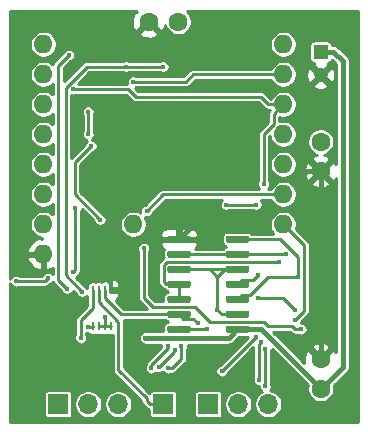
<source format=gbr>
G04 #@! TF.GenerationSoftware,KiCad,Pcbnew,(5.1.5)-3*
G04 #@! TF.CreationDate,2021-02-15T21:04:51-05:00*
G04 #@! TF.ProjectId,c128-sram,63313238-2d73-4726-916d-2e6b69636164,rev?*
G04 #@! TF.SameCoordinates,Original*
G04 #@! TF.FileFunction,Copper,L2,Bot*
G04 #@! TF.FilePolarity,Positive*
%FSLAX46Y46*%
G04 Gerber Fmt 4.6, Leading zero omitted, Abs format (unit mm)*
G04 Created by KiCad (PCBNEW (5.1.5)-3) date 2021-02-15 21:04:51*
%MOMM*%
%LPD*%
G04 APERTURE LIST*
%ADD10O,1.600000X1.600000*%
%ADD11C,1.600000*%
%ADD12C,0.100000*%
%ADD13R,1.700000X1.700000*%
%ADD14O,1.700000X1.700000*%
%ADD15R,1.200000X1.200000*%
%ADD16C,1.200000*%
%ADD17R,0.250000X0.750000*%
%ADD18C,0.400000*%
%ADD19C,0.800000*%
%ADD20C,0.454000*%
%ADD21C,0.250000*%
%ADD22C,0.233000*%
G04 APERTURE END LIST*
D10*
X83819880Y-83821160D03*
X83819880Y-86361160D03*
X83819880Y-88901160D03*
X83819880Y-91441160D03*
X83819880Y-93981160D03*
X83819880Y-96521160D03*
X83819880Y-99061160D03*
D11*
X86995000Y-110490000D03*
X86995000Y-112990000D03*
X74930000Y-81915000D03*
X72430000Y-81915000D03*
X86995000Y-94575000D03*
X86995000Y-92075000D03*
G04 #@! TA.AperFunction,SMDPad,CuDef*
D12*
G36*
X75834703Y-107650722D02*
G01*
X75849264Y-107652882D01*
X75863543Y-107656459D01*
X75877403Y-107661418D01*
X75890710Y-107667712D01*
X75903336Y-107675280D01*
X75915159Y-107684048D01*
X75926066Y-107693934D01*
X75935952Y-107704841D01*
X75944720Y-107716664D01*
X75952288Y-107729290D01*
X75958582Y-107742597D01*
X75963541Y-107756457D01*
X75967118Y-107770736D01*
X75969278Y-107785297D01*
X75970000Y-107800000D01*
X75970000Y-108100000D01*
X75969278Y-108114703D01*
X75967118Y-108129264D01*
X75963541Y-108143543D01*
X75958582Y-108157403D01*
X75952288Y-108170710D01*
X75944720Y-108183336D01*
X75935952Y-108195159D01*
X75926066Y-108206066D01*
X75915159Y-108215952D01*
X75903336Y-108224720D01*
X75890710Y-108232288D01*
X75877403Y-108238582D01*
X75863543Y-108243541D01*
X75849264Y-108247118D01*
X75834703Y-108249278D01*
X75820000Y-108250000D01*
X74170000Y-108250000D01*
X74155297Y-108249278D01*
X74140736Y-108247118D01*
X74126457Y-108243541D01*
X74112597Y-108238582D01*
X74099290Y-108232288D01*
X74086664Y-108224720D01*
X74074841Y-108215952D01*
X74063934Y-108206066D01*
X74054048Y-108195159D01*
X74045280Y-108183336D01*
X74037712Y-108170710D01*
X74031418Y-108157403D01*
X74026459Y-108143543D01*
X74022882Y-108129264D01*
X74020722Y-108114703D01*
X74020000Y-108100000D01*
X74020000Y-107800000D01*
X74020722Y-107785297D01*
X74022882Y-107770736D01*
X74026459Y-107756457D01*
X74031418Y-107742597D01*
X74037712Y-107729290D01*
X74045280Y-107716664D01*
X74054048Y-107704841D01*
X74063934Y-107693934D01*
X74074841Y-107684048D01*
X74086664Y-107675280D01*
X74099290Y-107667712D01*
X74112597Y-107661418D01*
X74126457Y-107656459D01*
X74140736Y-107652882D01*
X74155297Y-107650722D01*
X74170000Y-107650000D01*
X75820000Y-107650000D01*
X75834703Y-107650722D01*
G37*
G04 #@! TD.AperFunction*
G04 #@! TA.AperFunction,SMDPad,CuDef*
G36*
X75834703Y-106380722D02*
G01*
X75849264Y-106382882D01*
X75863543Y-106386459D01*
X75877403Y-106391418D01*
X75890710Y-106397712D01*
X75903336Y-106405280D01*
X75915159Y-106414048D01*
X75926066Y-106423934D01*
X75935952Y-106434841D01*
X75944720Y-106446664D01*
X75952288Y-106459290D01*
X75958582Y-106472597D01*
X75963541Y-106486457D01*
X75967118Y-106500736D01*
X75969278Y-106515297D01*
X75970000Y-106530000D01*
X75970000Y-106830000D01*
X75969278Y-106844703D01*
X75967118Y-106859264D01*
X75963541Y-106873543D01*
X75958582Y-106887403D01*
X75952288Y-106900710D01*
X75944720Y-106913336D01*
X75935952Y-106925159D01*
X75926066Y-106936066D01*
X75915159Y-106945952D01*
X75903336Y-106954720D01*
X75890710Y-106962288D01*
X75877403Y-106968582D01*
X75863543Y-106973541D01*
X75849264Y-106977118D01*
X75834703Y-106979278D01*
X75820000Y-106980000D01*
X74170000Y-106980000D01*
X74155297Y-106979278D01*
X74140736Y-106977118D01*
X74126457Y-106973541D01*
X74112597Y-106968582D01*
X74099290Y-106962288D01*
X74086664Y-106954720D01*
X74074841Y-106945952D01*
X74063934Y-106936066D01*
X74054048Y-106925159D01*
X74045280Y-106913336D01*
X74037712Y-106900710D01*
X74031418Y-106887403D01*
X74026459Y-106873543D01*
X74022882Y-106859264D01*
X74020722Y-106844703D01*
X74020000Y-106830000D01*
X74020000Y-106530000D01*
X74020722Y-106515297D01*
X74022882Y-106500736D01*
X74026459Y-106486457D01*
X74031418Y-106472597D01*
X74037712Y-106459290D01*
X74045280Y-106446664D01*
X74054048Y-106434841D01*
X74063934Y-106423934D01*
X74074841Y-106414048D01*
X74086664Y-106405280D01*
X74099290Y-106397712D01*
X74112597Y-106391418D01*
X74126457Y-106386459D01*
X74140736Y-106382882D01*
X74155297Y-106380722D01*
X74170000Y-106380000D01*
X75820000Y-106380000D01*
X75834703Y-106380722D01*
G37*
G04 #@! TD.AperFunction*
G04 #@! TA.AperFunction,SMDPad,CuDef*
G36*
X75834703Y-105110722D02*
G01*
X75849264Y-105112882D01*
X75863543Y-105116459D01*
X75877403Y-105121418D01*
X75890710Y-105127712D01*
X75903336Y-105135280D01*
X75915159Y-105144048D01*
X75926066Y-105153934D01*
X75935952Y-105164841D01*
X75944720Y-105176664D01*
X75952288Y-105189290D01*
X75958582Y-105202597D01*
X75963541Y-105216457D01*
X75967118Y-105230736D01*
X75969278Y-105245297D01*
X75970000Y-105260000D01*
X75970000Y-105560000D01*
X75969278Y-105574703D01*
X75967118Y-105589264D01*
X75963541Y-105603543D01*
X75958582Y-105617403D01*
X75952288Y-105630710D01*
X75944720Y-105643336D01*
X75935952Y-105655159D01*
X75926066Y-105666066D01*
X75915159Y-105675952D01*
X75903336Y-105684720D01*
X75890710Y-105692288D01*
X75877403Y-105698582D01*
X75863543Y-105703541D01*
X75849264Y-105707118D01*
X75834703Y-105709278D01*
X75820000Y-105710000D01*
X74170000Y-105710000D01*
X74155297Y-105709278D01*
X74140736Y-105707118D01*
X74126457Y-105703541D01*
X74112597Y-105698582D01*
X74099290Y-105692288D01*
X74086664Y-105684720D01*
X74074841Y-105675952D01*
X74063934Y-105666066D01*
X74054048Y-105655159D01*
X74045280Y-105643336D01*
X74037712Y-105630710D01*
X74031418Y-105617403D01*
X74026459Y-105603543D01*
X74022882Y-105589264D01*
X74020722Y-105574703D01*
X74020000Y-105560000D01*
X74020000Y-105260000D01*
X74020722Y-105245297D01*
X74022882Y-105230736D01*
X74026459Y-105216457D01*
X74031418Y-105202597D01*
X74037712Y-105189290D01*
X74045280Y-105176664D01*
X74054048Y-105164841D01*
X74063934Y-105153934D01*
X74074841Y-105144048D01*
X74086664Y-105135280D01*
X74099290Y-105127712D01*
X74112597Y-105121418D01*
X74126457Y-105116459D01*
X74140736Y-105112882D01*
X74155297Y-105110722D01*
X74170000Y-105110000D01*
X75820000Y-105110000D01*
X75834703Y-105110722D01*
G37*
G04 #@! TD.AperFunction*
G04 #@! TA.AperFunction,SMDPad,CuDef*
G36*
X75834703Y-103840722D02*
G01*
X75849264Y-103842882D01*
X75863543Y-103846459D01*
X75877403Y-103851418D01*
X75890710Y-103857712D01*
X75903336Y-103865280D01*
X75915159Y-103874048D01*
X75926066Y-103883934D01*
X75935952Y-103894841D01*
X75944720Y-103906664D01*
X75952288Y-103919290D01*
X75958582Y-103932597D01*
X75963541Y-103946457D01*
X75967118Y-103960736D01*
X75969278Y-103975297D01*
X75970000Y-103990000D01*
X75970000Y-104290000D01*
X75969278Y-104304703D01*
X75967118Y-104319264D01*
X75963541Y-104333543D01*
X75958582Y-104347403D01*
X75952288Y-104360710D01*
X75944720Y-104373336D01*
X75935952Y-104385159D01*
X75926066Y-104396066D01*
X75915159Y-104405952D01*
X75903336Y-104414720D01*
X75890710Y-104422288D01*
X75877403Y-104428582D01*
X75863543Y-104433541D01*
X75849264Y-104437118D01*
X75834703Y-104439278D01*
X75820000Y-104440000D01*
X74170000Y-104440000D01*
X74155297Y-104439278D01*
X74140736Y-104437118D01*
X74126457Y-104433541D01*
X74112597Y-104428582D01*
X74099290Y-104422288D01*
X74086664Y-104414720D01*
X74074841Y-104405952D01*
X74063934Y-104396066D01*
X74054048Y-104385159D01*
X74045280Y-104373336D01*
X74037712Y-104360710D01*
X74031418Y-104347403D01*
X74026459Y-104333543D01*
X74022882Y-104319264D01*
X74020722Y-104304703D01*
X74020000Y-104290000D01*
X74020000Y-103990000D01*
X74020722Y-103975297D01*
X74022882Y-103960736D01*
X74026459Y-103946457D01*
X74031418Y-103932597D01*
X74037712Y-103919290D01*
X74045280Y-103906664D01*
X74054048Y-103894841D01*
X74063934Y-103883934D01*
X74074841Y-103874048D01*
X74086664Y-103865280D01*
X74099290Y-103857712D01*
X74112597Y-103851418D01*
X74126457Y-103846459D01*
X74140736Y-103842882D01*
X74155297Y-103840722D01*
X74170000Y-103840000D01*
X75820000Y-103840000D01*
X75834703Y-103840722D01*
G37*
G04 #@! TD.AperFunction*
G04 #@! TA.AperFunction,SMDPad,CuDef*
G36*
X75834703Y-102570722D02*
G01*
X75849264Y-102572882D01*
X75863543Y-102576459D01*
X75877403Y-102581418D01*
X75890710Y-102587712D01*
X75903336Y-102595280D01*
X75915159Y-102604048D01*
X75926066Y-102613934D01*
X75935952Y-102624841D01*
X75944720Y-102636664D01*
X75952288Y-102649290D01*
X75958582Y-102662597D01*
X75963541Y-102676457D01*
X75967118Y-102690736D01*
X75969278Y-102705297D01*
X75970000Y-102720000D01*
X75970000Y-103020000D01*
X75969278Y-103034703D01*
X75967118Y-103049264D01*
X75963541Y-103063543D01*
X75958582Y-103077403D01*
X75952288Y-103090710D01*
X75944720Y-103103336D01*
X75935952Y-103115159D01*
X75926066Y-103126066D01*
X75915159Y-103135952D01*
X75903336Y-103144720D01*
X75890710Y-103152288D01*
X75877403Y-103158582D01*
X75863543Y-103163541D01*
X75849264Y-103167118D01*
X75834703Y-103169278D01*
X75820000Y-103170000D01*
X74170000Y-103170000D01*
X74155297Y-103169278D01*
X74140736Y-103167118D01*
X74126457Y-103163541D01*
X74112597Y-103158582D01*
X74099290Y-103152288D01*
X74086664Y-103144720D01*
X74074841Y-103135952D01*
X74063934Y-103126066D01*
X74054048Y-103115159D01*
X74045280Y-103103336D01*
X74037712Y-103090710D01*
X74031418Y-103077403D01*
X74026459Y-103063543D01*
X74022882Y-103049264D01*
X74020722Y-103034703D01*
X74020000Y-103020000D01*
X74020000Y-102720000D01*
X74020722Y-102705297D01*
X74022882Y-102690736D01*
X74026459Y-102676457D01*
X74031418Y-102662597D01*
X74037712Y-102649290D01*
X74045280Y-102636664D01*
X74054048Y-102624841D01*
X74063934Y-102613934D01*
X74074841Y-102604048D01*
X74086664Y-102595280D01*
X74099290Y-102587712D01*
X74112597Y-102581418D01*
X74126457Y-102576459D01*
X74140736Y-102572882D01*
X74155297Y-102570722D01*
X74170000Y-102570000D01*
X75820000Y-102570000D01*
X75834703Y-102570722D01*
G37*
G04 #@! TD.AperFunction*
G04 #@! TA.AperFunction,SMDPad,CuDef*
G36*
X75834703Y-101300722D02*
G01*
X75849264Y-101302882D01*
X75863543Y-101306459D01*
X75877403Y-101311418D01*
X75890710Y-101317712D01*
X75903336Y-101325280D01*
X75915159Y-101334048D01*
X75926066Y-101343934D01*
X75935952Y-101354841D01*
X75944720Y-101366664D01*
X75952288Y-101379290D01*
X75958582Y-101392597D01*
X75963541Y-101406457D01*
X75967118Y-101420736D01*
X75969278Y-101435297D01*
X75970000Y-101450000D01*
X75970000Y-101750000D01*
X75969278Y-101764703D01*
X75967118Y-101779264D01*
X75963541Y-101793543D01*
X75958582Y-101807403D01*
X75952288Y-101820710D01*
X75944720Y-101833336D01*
X75935952Y-101845159D01*
X75926066Y-101856066D01*
X75915159Y-101865952D01*
X75903336Y-101874720D01*
X75890710Y-101882288D01*
X75877403Y-101888582D01*
X75863543Y-101893541D01*
X75849264Y-101897118D01*
X75834703Y-101899278D01*
X75820000Y-101900000D01*
X74170000Y-101900000D01*
X74155297Y-101899278D01*
X74140736Y-101897118D01*
X74126457Y-101893541D01*
X74112597Y-101888582D01*
X74099290Y-101882288D01*
X74086664Y-101874720D01*
X74074841Y-101865952D01*
X74063934Y-101856066D01*
X74054048Y-101845159D01*
X74045280Y-101833336D01*
X74037712Y-101820710D01*
X74031418Y-101807403D01*
X74026459Y-101793543D01*
X74022882Y-101779264D01*
X74020722Y-101764703D01*
X74020000Y-101750000D01*
X74020000Y-101450000D01*
X74020722Y-101435297D01*
X74022882Y-101420736D01*
X74026459Y-101406457D01*
X74031418Y-101392597D01*
X74037712Y-101379290D01*
X74045280Y-101366664D01*
X74054048Y-101354841D01*
X74063934Y-101343934D01*
X74074841Y-101334048D01*
X74086664Y-101325280D01*
X74099290Y-101317712D01*
X74112597Y-101311418D01*
X74126457Y-101306459D01*
X74140736Y-101302882D01*
X74155297Y-101300722D01*
X74170000Y-101300000D01*
X75820000Y-101300000D01*
X75834703Y-101300722D01*
G37*
G04 #@! TD.AperFunction*
G04 #@! TA.AperFunction,SMDPad,CuDef*
G36*
X75834703Y-100030722D02*
G01*
X75849264Y-100032882D01*
X75863543Y-100036459D01*
X75877403Y-100041418D01*
X75890710Y-100047712D01*
X75903336Y-100055280D01*
X75915159Y-100064048D01*
X75926066Y-100073934D01*
X75935952Y-100084841D01*
X75944720Y-100096664D01*
X75952288Y-100109290D01*
X75958582Y-100122597D01*
X75963541Y-100136457D01*
X75967118Y-100150736D01*
X75969278Y-100165297D01*
X75970000Y-100180000D01*
X75970000Y-100480000D01*
X75969278Y-100494703D01*
X75967118Y-100509264D01*
X75963541Y-100523543D01*
X75958582Y-100537403D01*
X75952288Y-100550710D01*
X75944720Y-100563336D01*
X75935952Y-100575159D01*
X75926066Y-100586066D01*
X75915159Y-100595952D01*
X75903336Y-100604720D01*
X75890710Y-100612288D01*
X75877403Y-100618582D01*
X75863543Y-100623541D01*
X75849264Y-100627118D01*
X75834703Y-100629278D01*
X75820000Y-100630000D01*
X74170000Y-100630000D01*
X74155297Y-100629278D01*
X74140736Y-100627118D01*
X74126457Y-100623541D01*
X74112597Y-100618582D01*
X74099290Y-100612288D01*
X74086664Y-100604720D01*
X74074841Y-100595952D01*
X74063934Y-100586066D01*
X74054048Y-100575159D01*
X74045280Y-100563336D01*
X74037712Y-100550710D01*
X74031418Y-100537403D01*
X74026459Y-100523543D01*
X74022882Y-100509264D01*
X74020722Y-100494703D01*
X74020000Y-100480000D01*
X74020000Y-100180000D01*
X74020722Y-100165297D01*
X74022882Y-100150736D01*
X74026459Y-100136457D01*
X74031418Y-100122597D01*
X74037712Y-100109290D01*
X74045280Y-100096664D01*
X74054048Y-100084841D01*
X74063934Y-100073934D01*
X74074841Y-100064048D01*
X74086664Y-100055280D01*
X74099290Y-100047712D01*
X74112597Y-100041418D01*
X74126457Y-100036459D01*
X74140736Y-100032882D01*
X74155297Y-100030722D01*
X74170000Y-100030000D01*
X75820000Y-100030000D01*
X75834703Y-100030722D01*
G37*
G04 #@! TD.AperFunction*
G04 #@! TA.AperFunction,SMDPad,CuDef*
G36*
X80784703Y-100030722D02*
G01*
X80799264Y-100032882D01*
X80813543Y-100036459D01*
X80827403Y-100041418D01*
X80840710Y-100047712D01*
X80853336Y-100055280D01*
X80865159Y-100064048D01*
X80876066Y-100073934D01*
X80885952Y-100084841D01*
X80894720Y-100096664D01*
X80902288Y-100109290D01*
X80908582Y-100122597D01*
X80913541Y-100136457D01*
X80917118Y-100150736D01*
X80919278Y-100165297D01*
X80920000Y-100180000D01*
X80920000Y-100480000D01*
X80919278Y-100494703D01*
X80917118Y-100509264D01*
X80913541Y-100523543D01*
X80908582Y-100537403D01*
X80902288Y-100550710D01*
X80894720Y-100563336D01*
X80885952Y-100575159D01*
X80876066Y-100586066D01*
X80865159Y-100595952D01*
X80853336Y-100604720D01*
X80840710Y-100612288D01*
X80827403Y-100618582D01*
X80813543Y-100623541D01*
X80799264Y-100627118D01*
X80784703Y-100629278D01*
X80770000Y-100630000D01*
X79120000Y-100630000D01*
X79105297Y-100629278D01*
X79090736Y-100627118D01*
X79076457Y-100623541D01*
X79062597Y-100618582D01*
X79049290Y-100612288D01*
X79036664Y-100604720D01*
X79024841Y-100595952D01*
X79013934Y-100586066D01*
X79004048Y-100575159D01*
X78995280Y-100563336D01*
X78987712Y-100550710D01*
X78981418Y-100537403D01*
X78976459Y-100523543D01*
X78972882Y-100509264D01*
X78970722Y-100494703D01*
X78970000Y-100480000D01*
X78970000Y-100180000D01*
X78970722Y-100165297D01*
X78972882Y-100150736D01*
X78976459Y-100136457D01*
X78981418Y-100122597D01*
X78987712Y-100109290D01*
X78995280Y-100096664D01*
X79004048Y-100084841D01*
X79013934Y-100073934D01*
X79024841Y-100064048D01*
X79036664Y-100055280D01*
X79049290Y-100047712D01*
X79062597Y-100041418D01*
X79076457Y-100036459D01*
X79090736Y-100032882D01*
X79105297Y-100030722D01*
X79120000Y-100030000D01*
X80770000Y-100030000D01*
X80784703Y-100030722D01*
G37*
G04 #@! TD.AperFunction*
G04 #@! TA.AperFunction,SMDPad,CuDef*
G36*
X80784703Y-101300722D02*
G01*
X80799264Y-101302882D01*
X80813543Y-101306459D01*
X80827403Y-101311418D01*
X80840710Y-101317712D01*
X80853336Y-101325280D01*
X80865159Y-101334048D01*
X80876066Y-101343934D01*
X80885952Y-101354841D01*
X80894720Y-101366664D01*
X80902288Y-101379290D01*
X80908582Y-101392597D01*
X80913541Y-101406457D01*
X80917118Y-101420736D01*
X80919278Y-101435297D01*
X80920000Y-101450000D01*
X80920000Y-101750000D01*
X80919278Y-101764703D01*
X80917118Y-101779264D01*
X80913541Y-101793543D01*
X80908582Y-101807403D01*
X80902288Y-101820710D01*
X80894720Y-101833336D01*
X80885952Y-101845159D01*
X80876066Y-101856066D01*
X80865159Y-101865952D01*
X80853336Y-101874720D01*
X80840710Y-101882288D01*
X80827403Y-101888582D01*
X80813543Y-101893541D01*
X80799264Y-101897118D01*
X80784703Y-101899278D01*
X80770000Y-101900000D01*
X79120000Y-101900000D01*
X79105297Y-101899278D01*
X79090736Y-101897118D01*
X79076457Y-101893541D01*
X79062597Y-101888582D01*
X79049290Y-101882288D01*
X79036664Y-101874720D01*
X79024841Y-101865952D01*
X79013934Y-101856066D01*
X79004048Y-101845159D01*
X78995280Y-101833336D01*
X78987712Y-101820710D01*
X78981418Y-101807403D01*
X78976459Y-101793543D01*
X78972882Y-101779264D01*
X78970722Y-101764703D01*
X78970000Y-101750000D01*
X78970000Y-101450000D01*
X78970722Y-101435297D01*
X78972882Y-101420736D01*
X78976459Y-101406457D01*
X78981418Y-101392597D01*
X78987712Y-101379290D01*
X78995280Y-101366664D01*
X79004048Y-101354841D01*
X79013934Y-101343934D01*
X79024841Y-101334048D01*
X79036664Y-101325280D01*
X79049290Y-101317712D01*
X79062597Y-101311418D01*
X79076457Y-101306459D01*
X79090736Y-101302882D01*
X79105297Y-101300722D01*
X79120000Y-101300000D01*
X80770000Y-101300000D01*
X80784703Y-101300722D01*
G37*
G04 #@! TD.AperFunction*
G04 #@! TA.AperFunction,SMDPad,CuDef*
G36*
X80784703Y-102570722D02*
G01*
X80799264Y-102572882D01*
X80813543Y-102576459D01*
X80827403Y-102581418D01*
X80840710Y-102587712D01*
X80853336Y-102595280D01*
X80865159Y-102604048D01*
X80876066Y-102613934D01*
X80885952Y-102624841D01*
X80894720Y-102636664D01*
X80902288Y-102649290D01*
X80908582Y-102662597D01*
X80913541Y-102676457D01*
X80917118Y-102690736D01*
X80919278Y-102705297D01*
X80920000Y-102720000D01*
X80920000Y-103020000D01*
X80919278Y-103034703D01*
X80917118Y-103049264D01*
X80913541Y-103063543D01*
X80908582Y-103077403D01*
X80902288Y-103090710D01*
X80894720Y-103103336D01*
X80885952Y-103115159D01*
X80876066Y-103126066D01*
X80865159Y-103135952D01*
X80853336Y-103144720D01*
X80840710Y-103152288D01*
X80827403Y-103158582D01*
X80813543Y-103163541D01*
X80799264Y-103167118D01*
X80784703Y-103169278D01*
X80770000Y-103170000D01*
X79120000Y-103170000D01*
X79105297Y-103169278D01*
X79090736Y-103167118D01*
X79076457Y-103163541D01*
X79062597Y-103158582D01*
X79049290Y-103152288D01*
X79036664Y-103144720D01*
X79024841Y-103135952D01*
X79013934Y-103126066D01*
X79004048Y-103115159D01*
X78995280Y-103103336D01*
X78987712Y-103090710D01*
X78981418Y-103077403D01*
X78976459Y-103063543D01*
X78972882Y-103049264D01*
X78970722Y-103034703D01*
X78970000Y-103020000D01*
X78970000Y-102720000D01*
X78970722Y-102705297D01*
X78972882Y-102690736D01*
X78976459Y-102676457D01*
X78981418Y-102662597D01*
X78987712Y-102649290D01*
X78995280Y-102636664D01*
X79004048Y-102624841D01*
X79013934Y-102613934D01*
X79024841Y-102604048D01*
X79036664Y-102595280D01*
X79049290Y-102587712D01*
X79062597Y-102581418D01*
X79076457Y-102576459D01*
X79090736Y-102572882D01*
X79105297Y-102570722D01*
X79120000Y-102570000D01*
X80770000Y-102570000D01*
X80784703Y-102570722D01*
G37*
G04 #@! TD.AperFunction*
G04 #@! TA.AperFunction,SMDPad,CuDef*
G36*
X80784703Y-103840722D02*
G01*
X80799264Y-103842882D01*
X80813543Y-103846459D01*
X80827403Y-103851418D01*
X80840710Y-103857712D01*
X80853336Y-103865280D01*
X80865159Y-103874048D01*
X80876066Y-103883934D01*
X80885952Y-103894841D01*
X80894720Y-103906664D01*
X80902288Y-103919290D01*
X80908582Y-103932597D01*
X80913541Y-103946457D01*
X80917118Y-103960736D01*
X80919278Y-103975297D01*
X80920000Y-103990000D01*
X80920000Y-104290000D01*
X80919278Y-104304703D01*
X80917118Y-104319264D01*
X80913541Y-104333543D01*
X80908582Y-104347403D01*
X80902288Y-104360710D01*
X80894720Y-104373336D01*
X80885952Y-104385159D01*
X80876066Y-104396066D01*
X80865159Y-104405952D01*
X80853336Y-104414720D01*
X80840710Y-104422288D01*
X80827403Y-104428582D01*
X80813543Y-104433541D01*
X80799264Y-104437118D01*
X80784703Y-104439278D01*
X80770000Y-104440000D01*
X79120000Y-104440000D01*
X79105297Y-104439278D01*
X79090736Y-104437118D01*
X79076457Y-104433541D01*
X79062597Y-104428582D01*
X79049290Y-104422288D01*
X79036664Y-104414720D01*
X79024841Y-104405952D01*
X79013934Y-104396066D01*
X79004048Y-104385159D01*
X78995280Y-104373336D01*
X78987712Y-104360710D01*
X78981418Y-104347403D01*
X78976459Y-104333543D01*
X78972882Y-104319264D01*
X78970722Y-104304703D01*
X78970000Y-104290000D01*
X78970000Y-103990000D01*
X78970722Y-103975297D01*
X78972882Y-103960736D01*
X78976459Y-103946457D01*
X78981418Y-103932597D01*
X78987712Y-103919290D01*
X78995280Y-103906664D01*
X79004048Y-103894841D01*
X79013934Y-103883934D01*
X79024841Y-103874048D01*
X79036664Y-103865280D01*
X79049290Y-103857712D01*
X79062597Y-103851418D01*
X79076457Y-103846459D01*
X79090736Y-103842882D01*
X79105297Y-103840722D01*
X79120000Y-103840000D01*
X80770000Y-103840000D01*
X80784703Y-103840722D01*
G37*
G04 #@! TD.AperFunction*
G04 #@! TA.AperFunction,SMDPad,CuDef*
G36*
X80784703Y-105110722D02*
G01*
X80799264Y-105112882D01*
X80813543Y-105116459D01*
X80827403Y-105121418D01*
X80840710Y-105127712D01*
X80853336Y-105135280D01*
X80865159Y-105144048D01*
X80876066Y-105153934D01*
X80885952Y-105164841D01*
X80894720Y-105176664D01*
X80902288Y-105189290D01*
X80908582Y-105202597D01*
X80913541Y-105216457D01*
X80917118Y-105230736D01*
X80919278Y-105245297D01*
X80920000Y-105260000D01*
X80920000Y-105560000D01*
X80919278Y-105574703D01*
X80917118Y-105589264D01*
X80913541Y-105603543D01*
X80908582Y-105617403D01*
X80902288Y-105630710D01*
X80894720Y-105643336D01*
X80885952Y-105655159D01*
X80876066Y-105666066D01*
X80865159Y-105675952D01*
X80853336Y-105684720D01*
X80840710Y-105692288D01*
X80827403Y-105698582D01*
X80813543Y-105703541D01*
X80799264Y-105707118D01*
X80784703Y-105709278D01*
X80770000Y-105710000D01*
X79120000Y-105710000D01*
X79105297Y-105709278D01*
X79090736Y-105707118D01*
X79076457Y-105703541D01*
X79062597Y-105698582D01*
X79049290Y-105692288D01*
X79036664Y-105684720D01*
X79024841Y-105675952D01*
X79013934Y-105666066D01*
X79004048Y-105655159D01*
X78995280Y-105643336D01*
X78987712Y-105630710D01*
X78981418Y-105617403D01*
X78976459Y-105603543D01*
X78972882Y-105589264D01*
X78970722Y-105574703D01*
X78970000Y-105560000D01*
X78970000Y-105260000D01*
X78970722Y-105245297D01*
X78972882Y-105230736D01*
X78976459Y-105216457D01*
X78981418Y-105202597D01*
X78987712Y-105189290D01*
X78995280Y-105176664D01*
X79004048Y-105164841D01*
X79013934Y-105153934D01*
X79024841Y-105144048D01*
X79036664Y-105135280D01*
X79049290Y-105127712D01*
X79062597Y-105121418D01*
X79076457Y-105116459D01*
X79090736Y-105112882D01*
X79105297Y-105110722D01*
X79120000Y-105110000D01*
X80770000Y-105110000D01*
X80784703Y-105110722D01*
G37*
G04 #@! TD.AperFunction*
G04 #@! TA.AperFunction,SMDPad,CuDef*
G36*
X80784703Y-106380722D02*
G01*
X80799264Y-106382882D01*
X80813543Y-106386459D01*
X80827403Y-106391418D01*
X80840710Y-106397712D01*
X80853336Y-106405280D01*
X80865159Y-106414048D01*
X80876066Y-106423934D01*
X80885952Y-106434841D01*
X80894720Y-106446664D01*
X80902288Y-106459290D01*
X80908582Y-106472597D01*
X80913541Y-106486457D01*
X80917118Y-106500736D01*
X80919278Y-106515297D01*
X80920000Y-106530000D01*
X80920000Y-106830000D01*
X80919278Y-106844703D01*
X80917118Y-106859264D01*
X80913541Y-106873543D01*
X80908582Y-106887403D01*
X80902288Y-106900710D01*
X80894720Y-106913336D01*
X80885952Y-106925159D01*
X80876066Y-106936066D01*
X80865159Y-106945952D01*
X80853336Y-106954720D01*
X80840710Y-106962288D01*
X80827403Y-106968582D01*
X80813543Y-106973541D01*
X80799264Y-106977118D01*
X80784703Y-106979278D01*
X80770000Y-106980000D01*
X79120000Y-106980000D01*
X79105297Y-106979278D01*
X79090736Y-106977118D01*
X79076457Y-106973541D01*
X79062597Y-106968582D01*
X79049290Y-106962288D01*
X79036664Y-106954720D01*
X79024841Y-106945952D01*
X79013934Y-106936066D01*
X79004048Y-106925159D01*
X78995280Y-106913336D01*
X78987712Y-106900710D01*
X78981418Y-106887403D01*
X78976459Y-106873543D01*
X78972882Y-106859264D01*
X78970722Y-106844703D01*
X78970000Y-106830000D01*
X78970000Y-106530000D01*
X78970722Y-106515297D01*
X78972882Y-106500736D01*
X78976459Y-106486457D01*
X78981418Y-106472597D01*
X78987712Y-106459290D01*
X78995280Y-106446664D01*
X79004048Y-106434841D01*
X79013934Y-106423934D01*
X79024841Y-106414048D01*
X79036664Y-106405280D01*
X79049290Y-106397712D01*
X79062597Y-106391418D01*
X79076457Y-106386459D01*
X79090736Y-106382882D01*
X79105297Y-106380722D01*
X79120000Y-106380000D01*
X80770000Y-106380000D01*
X80784703Y-106380722D01*
G37*
G04 #@! TD.AperFunction*
G04 #@! TA.AperFunction,SMDPad,CuDef*
G36*
X80784703Y-107650722D02*
G01*
X80799264Y-107652882D01*
X80813543Y-107656459D01*
X80827403Y-107661418D01*
X80840710Y-107667712D01*
X80853336Y-107675280D01*
X80865159Y-107684048D01*
X80876066Y-107693934D01*
X80885952Y-107704841D01*
X80894720Y-107716664D01*
X80902288Y-107729290D01*
X80908582Y-107742597D01*
X80913541Y-107756457D01*
X80917118Y-107770736D01*
X80919278Y-107785297D01*
X80920000Y-107800000D01*
X80920000Y-108100000D01*
X80919278Y-108114703D01*
X80917118Y-108129264D01*
X80913541Y-108143543D01*
X80908582Y-108157403D01*
X80902288Y-108170710D01*
X80894720Y-108183336D01*
X80885952Y-108195159D01*
X80876066Y-108206066D01*
X80865159Y-108215952D01*
X80853336Y-108224720D01*
X80840710Y-108232288D01*
X80827403Y-108238582D01*
X80813543Y-108243541D01*
X80799264Y-108247118D01*
X80784703Y-108249278D01*
X80770000Y-108250000D01*
X79120000Y-108250000D01*
X79105297Y-108249278D01*
X79090736Y-108247118D01*
X79076457Y-108243541D01*
X79062597Y-108238582D01*
X79049290Y-108232288D01*
X79036664Y-108224720D01*
X79024841Y-108215952D01*
X79013934Y-108206066D01*
X79004048Y-108195159D01*
X78995280Y-108183336D01*
X78987712Y-108170710D01*
X78981418Y-108157403D01*
X78976459Y-108143543D01*
X78972882Y-108129264D01*
X78970722Y-108114703D01*
X78970000Y-108100000D01*
X78970000Y-107800000D01*
X78970722Y-107785297D01*
X78972882Y-107770736D01*
X78976459Y-107756457D01*
X78981418Y-107742597D01*
X78987712Y-107729290D01*
X78995280Y-107716664D01*
X79004048Y-107704841D01*
X79013934Y-107693934D01*
X79024841Y-107684048D01*
X79036664Y-107675280D01*
X79049290Y-107667712D01*
X79062597Y-107661418D01*
X79076457Y-107656459D01*
X79090736Y-107652882D01*
X79105297Y-107650722D01*
X79120000Y-107650000D01*
X80770000Y-107650000D01*
X80784703Y-107650722D01*
G37*
G04 #@! TD.AperFunction*
D13*
X77470000Y-114300000D03*
D14*
X80010000Y-114300000D03*
X82550000Y-114300000D03*
X69850000Y-114300000D03*
X67310000Y-114300000D03*
D13*
X64770000Y-114300000D03*
X73660000Y-114300000D03*
D10*
X63499880Y-83821160D03*
X71119880Y-99061160D03*
X63499880Y-86361160D03*
X63499880Y-88901160D03*
X63499880Y-91441160D03*
X63499880Y-93981160D03*
X63499880Y-96521160D03*
X63499880Y-99061160D03*
X63499880Y-101601160D03*
D15*
X86995000Y-84455000D03*
D16*
X86995000Y-86455000D03*
D17*
X67703000Y-104622000D03*
X68203000Y-104622000D03*
X68703000Y-104622000D03*
X69203000Y-104622000D03*
X69203000Y-107722000D03*
X68703000Y-107722000D03*
X68203000Y-107722000D03*
X67703000Y-107722000D03*
D18*
X72136000Y-108712000D03*
X67254001Y-107751999D03*
D19*
X68580000Y-103505000D03*
D18*
X61849000Y-110617000D03*
X83439000Y-102235000D03*
X84064010Y-101600000D03*
X85090000Y-103505000D03*
X81661000Y-103378000D03*
X81661000Y-105283000D03*
X84836000Y-106299000D03*
X77325999Y-107967001D03*
X78994000Y-97409000D03*
X81534000Y-97409000D03*
X76581000Y-107442000D03*
X78232000Y-106299000D03*
X61214000Y-103886000D03*
X67310000Y-89535000D03*
X63881000Y-103632000D03*
X67310000Y-91440000D03*
X66040000Y-87630000D03*
X82169000Y-95631000D03*
X71120000Y-86995000D03*
X65659000Y-84744000D03*
X65532000Y-104521000D03*
X73660000Y-85725000D03*
X70485000Y-85725000D03*
X66802000Y-104775000D03*
X67546500Y-92438500D03*
X68326000Y-98679000D03*
X66022999Y-103106999D03*
X66222998Y-97718998D03*
X74041000Y-111252000D03*
X75201001Y-109364001D03*
X73279000Y-111125000D03*
X74676000Y-109728000D03*
X72644000Y-111252000D03*
X74041000Y-109347000D03*
X72243841Y-97936159D03*
X66675000Y-108712000D03*
X72009000Y-101081650D03*
X85344000Y-107950000D03*
X84824000Y-107200000D03*
X82296000Y-109601000D03*
X82296000Y-112776000D03*
X81978500Y-109029500D03*
X81770999Y-112250999D03*
X81534000Y-108585000D03*
X78613000Y-111506000D03*
X68707000Y-106934000D03*
D20*
X81955000Y-107950000D02*
X86995000Y-112990000D01*
X79945000Y-107950000D02*
X81955000Y-107950000D01*
X79217990Y-108677010D02*
X79945000Y-107950000D01*
X72152010Y-108677010D02*
X79217990Y-108677010D01*
X88049000Y-84455000D02*
X86995000Y-84455000D01*
X88876011Y-85282011D02*
X88049000Y-84455000D01*
X88876011Y-111108989D02*
X88876011Y-85282011D01*
X86995000Y-112990000D02*
X88876011Y-111108989D01*
D21*
X67673001Y-107751999D02*
X67703000Y-107722000D01*
X67254001Y-107751999D02*
X67673001Y-107751999D01*
D20*
X68690000Y-103615000D02*
X68580000Y-103505000D01*
X71755000Y-100330000D02*
X74995000Y-100330000D01*
X68580000Y-103505000D02*
X71755000Y-100330000D01*
X85863630Y-94575000D02*
X86995000Y-94575000D01*
X85144471Y-95294159D02*
X85863630Y-94575000D01*
X87594999Y-87054999D02*
X86995000Y-86455000D01*
X88222001Y-87682001D02*
X87594999Y-87054999D01*
X88222001Y-93347999D02*
X88222001Y-87682001D01*
X86995000Y-94575000D02*
X88222001Y-93347999D01*
X86995000Y-110490000D02*
X86995000Y-94575000D01*
X85144471Y-97012531D02*
X85144471Y-95294159D01*
X84408841Y-97748161D02*
X85144471Y-97012531D01*
X83230919Y-97748161D02*
X84408841Y-97748161D01*
X82943079Y-98036001D02*
X83230919Y-97748161D01*
X77288999Y-98036001D02*
X82943079Y-98036001D01*
X74995000Y-100330000D02*
X77288999Y-98036001D01*
D21*
X69203000Y-104128000D02*
X69203000Y-104622000D01*
X68580000Y-103505000D02*
X69203000Y-104128000D01*
X73920000Y-104140000D02*
X74995000Y-104140000D01*
X73694990Y-103914990D02*
X73920000Y-104140000D01*
X73694990Y-102523242D02*
X73694990Y-103914990D01*
X73983232Y-102235000D02*
X73694990Y-102523242D01*
X83439000Y-102235000D02*
X73983232Y-102235000D01*
X74995000Y-105410000D02*
X74995000Y-104140000D01*
X79945000Y-101600000D02*
X84064010Y-101600000D01*
X74995000Y-101600000D02*
X79945000Y-101600000D01*
X80315710Y-105039290D02*
X81015710Y-105039290D01*
X79945000Y-105410000D02*
X80315710Y-105039290D01*
X81015710Y-105039290D02*
X82550000Y-103505000D01*
X82550000Y-103505000D02*
X85090000Y-103505000D01*
X85090000Y-103222158D02*
X85090000Y-103505000D01*
X85090000Y-101848988D02*
X85090000Y-103222158D01*
X83571012Y-100330000D02*
X85090000Y-101848988D01*
X79945000Y-100330000D02*
X83571012Y-100330000D01*
X80315710Y-103769290D02*
X81269710Y-103769290D01*
X79945000Y-104140000D02*
X80315710Y-103769290D01*
X81269710Y-103769290D02*
X81661000Y-103378000D01*
X81661000Y-105283000D02*
X83820000Y-105283000D01*
X83820000Y-105283000D02*
X84836000Y-106299000D01*
X76328999Y-107967001D02*
X77325999Y-107967001D01*
X74995000Y-107950000D02*
X76311998Y-107950000D01*
X76311998Y-107950000D02*
X76328999Y-107967001D01*
X78994000Y-97409000D02*
X81534000Y-97409000D01*
X74995000Y-102870000D02*
X76327000Y-102870000D01*
X78870000Y-102870000D02*
X79945000Y-102870000D01*
X78232000Y-103508000D02*
X78870000Y-102870000D01*
X78232000Y-106299000D02*
X78232000Y-103508000D01*
X78613000Y-106680000D02*
X78232000Y-106299000D01*
X79945000Y-106680000D02*
X78613000Y-106680000D01*
X78232000Y-103505000D02*
X77597000Y-102870000D01*
X78232000Y-103508000D02*
X78232000Y-103505000D01*
X76327000Y-102870000D02*
X77597000Y-102870000D01*
X77597000Y-102870000D02*
X79945000Y-102870000D01*
X75365710Y-107050710D02*
X76189710Y-107050710D01*
X74995000Y-106680000D02*
X75365710Y-107050710D01*
X76189710Y-107050710D02*
X76581000Y-107442000D01*
X73920000Y-106680000D02*
X74995000Y-106680000D01*
X70104000Y-106680000D02*
X73920000Y-106680000D01*
X68703000Y-104622000D02*
X68703000Y-105279000D01*
X68703000Y-105279000D02*
X70104000Y-106680000D01*
X67310000Y-89535000D02*
X67310000Y-91440000D01*
X63627000Y-103886000D02*
X63881000Y-103632000D01*
X61214000Y-103886000D02*
X63627000Y-103886000D01*
X82551160Y-88901160D02*
X83819880Y-88901160D01*
X81915000Y-88265000D02*
X82551160Y-88901160D01*
X71316998Y-88265000D02*
X81915000Y-88265000D01*
X70681998Y-87630000D02*
X71316998Y-88265000D01*
X66040000Y-87630000D02*
X70681998Y-87630000D01*
X83019881Y-90576157D02*
X82169000Y-91427038D01*
X83819880Y-88901160D02*
X83019881Y-89701159D01*
X83019881Y-89701159D02*
X83019881Y-90576157D01*
X82169000Y-91427038D02*
X82169000Y-95631000D01*
X83819880Y-86361160D02*
X76198840Y-86361160D01*
X76198840Y-86361160D02*
X75565000Y-86995000D01*
X75565000Y-86995000D02*
X71120000Y-86995000D01*
X64770000Y-103759000D02*
X65532000Y-104521000D01*
X65659000Y-84744000D02*
X64770000Y-85633000D01*
X64770000Y-85633000D02*
X64770000Y-103759000D01*
X70485000Y-85725000D02*
X73660000Y-85725000D01*
X65405000Y-103378000D02*
X66802000Y-104775000D01*
X65405000Y-87487998D02*
X65405000Y-103378000D01*
X70485000Y-85725000D02*
X67167998Y-85725000D01*
X67167998Y-85725000D02*
X65405000Y-87487998D01*
X67546500Y-92438500D02*
X66167000Y-93818000D01*
X66167000Y-93818000D02*
X66167000Y-95758000D01*
X66167000Y-95758000D02*
X66167000Y-96520000D01*
X66167000Y-96520000D02*
X68326000Y-98679000D01*
X66222998Y-102907000D02*
X66222998Y-97718998D01*
X66022999Y-103106999D02*
X66222998Y-102907000D01*
X75201001Y-110457997D02*
X75201001Y-109364001D01*
X74041000Y-111252000D02*
X74406998Y-111252000D01*
X74406998Y-111252000D02*
X75201001Y-110457997D01*
X73279000Y-111125000D02*
X74549000Y-109855000D01*
X74549000Y-109855000D02*
X74676000Y-109728000D01*
X72644000Y-110969158D02*
X74041000Y-109572158D01*
X72644000Y-111252000D02*
X72644000Y-110969158D01*
X74041000Y-109572158D02*
X74041000Y-109347000D01*
X73658840Y-96521160D02*
X83819880Y-96521160D01*
X72243841Y-97936159D02*
X73658840Y-96521160D01*
X67703000Y-104622000D02*
X67703000Y-106160000D01*
X67703000Y-106160000D02*
X66675000Y-107188000D01*
X66675000Y-107188000D02*
X66675000Y-108712000D01*
X66675000Y-108712000D02*
X66675000Y-108712000D01*
X72009000Y-101081650D02*
X72009000Y-105283000D01*
X72780990Y-106054990D02*
X76336990Y-106054990D01*
X72009000Y-105283000D02*
X72780990Y-106054990D01*
X77606990Y-107324990D02*
X82178990Y-107324990D01*
X76336990Y-106054990D02*
X77606990Y-107324990D01*
X82178990Y-107324990D02*
X82550000Y-107696000D01*
X82550000Y-107696000D02*
X84582000Y-107696000D01*
X84582000Y-107696000D02*
X84836000Y-107950000D01*
X84836000Y-107950000D02*
X85217000Y-107950000D01*
X85217000Y-107950000D02*
X85344000Y-107950000D01*
X84619879Y-99861159D02*
X83819880Y-99061160D01*
X85615001Y-100856281D02*
X84619879Y-99861159D01*
X85615001Y-106408999D02*
X85615001Y-100856281D01*
X84824000Y-107200000D02*
X85615001Y-106408999D01*
X82296000Y-109601000D02*
X82296000Y-112776000D01*
X81770999Y-109237001D02*
X81770999Y-112250999D01*
X81978500Y-109029500D02*
X81770999Y-109237001D01*
X81534000Y-108585000D02*
X81026000Y-109093000D01*
X81026000Y-109093000D02*
X78613000Y-111506000D01*
X72560000Y-114300000D02*
X73660000Y-114300000D01*
X72263000Y-114003000D02*
X72560000Y-114300000D01*
X68203000Y-105668000D02*
X69850000Y-107315000D01*
X68203000Y-104622000D02*
X68203000Y-105668000D01*
X69850000Y-107315000D02*
X69850000Y-111379000D01*
X72263000Y-113792000D02*
X72263000Y-114003000D01*
X69850000Y-111379000D02*
X72263000Y-113792000D01*
X68203000Y-107722000D02*
X69203000Y-107722000D01*
X68707000Y-107718000D02*
X68703000Y-107722000D01*
X68707000Y-106934000D02*
X68707000Y-107718000D01*
D22*
G36*
X71436277Y-81115734D02*
G01*
X71196513Y-81188779D01*
X71078535Y-81443374D01*
X71012493Y-81716094D01*
X71000926Y-81996459D01*
X71044276Y-82273692D01*
X71140880Y-82537142D01*
X71196513Y-82641221D01*
X71436279Y-82714267D01*
X72235546Y-81915000D01*
X72221404Y-81900858D01*
X72415858Y-81706404D01*
X72430000Y-81720546D01*
X72444143Y-81706404D01*
X72638597Y-81900858D01*
X72624454Y-81915000D01*
X73423721Y-82714267D01*
X73663487Y-82641221D01*
X73781465Y-82386626D01*
X73820077Y-82227180D01*
X73824675Y-82250297D01*
X73911326Y-82459492D01*
X74037125Y-82647764D01*
X74197236Y-82807875D01*
X74385508Y-82933674D01*
X74594703Y-83020325D01*
X74816784Y-83064500D01*
X75043216Y-83064500D01*
X75265297Y-83020325D01*
X75474492Y-82933674D01*
X75662764Y-82807875D01*
X75822875Y-82647764D01*
X75948674Y-82459492D01*
X76035325Y-82250297D01*
X76079500Y-82028216D01*
X76079500Y-81801784D01*
X76035325Y-81579703D01*
X75948674Y-81370508D01*
X75822875Y-81182236D01*
X75662764Y-81022125D01*
X75658835Y-81019500D01*
X90176500Y-81019500D01*
X90176501Y-115830500D01*
X60699500Y-115830500D01*
X60699500Y-113450000D01*
X63568809Y-113450000D01*
X63568809Y-115150000D01*
X63575557Y-115218514D01*
X63595542Y-115284395D01*
X63627995Y-115345111D01*
X63671670Y-115398330D01*
X63724889Y-115442005D01*
X63785605Y-115474458D01*
X63851486Y-115494443D01*
X63920000Y-115501191D01*
X65620000Y-115501191D01*
X65688514Y-115494443D01*
X65754395Y-115474458D01*
X65815111Y-115442005D01*
X65868330Y-115398330D01*
X65912005Y-115345111D01*
X65944458Y-115284395D01*
X65964443Y-115218514D01*
X65971191Y-115150000D01*
X65971191Y-114181860D01*
X66110500Y-114181860D01*
X66110500Y-114418140D01*
X66156596Y-114649881D01*
X66247017Y-114868176D01*
X66378287Y-115064637D01*
X66545363Y-115231713D01*
X66741824Y-115362983D01*
X66960119Y-115453404D01*
X67191860Y-115499500D01*
X67428140Y-115499500D01*
X67659881Y-115453404D01*
X67878176Y-115362983D01*
X68074637Y-115231713D01*
X68241713Y-115064637D01*
X68372983Y-114868176D01*
X68463404Y-114649881D01*
X68509500Y-114418140D01*
X68509500Y-114181860D01*
X68650500Y-114181860D01*
X68650500Y-114418140D01*
X68696596Y-114649881D01*
X68787017Y-114868176D01*
X68918287Y-115064637D01*
X69085363Y-115231713D01*
X69281824Y-115362983D01*
X69500119Y-115453404D01*
X69731860Y-115499500D01*
X69968140Y-115499500D01*
X70199881Y-115453404D01*
X70418176Y-115362983D01*
X70614637Y-115231713D01*
X70781713Y-115064637D01*
X70912983Y-114868176D01*
X71003404Y-114649881D01*
X71049500Y-114418140D01*
X71049500Y-114181860D01*
X71003404Y-113950119D01*
X70912983Y-113731824D01*
X70781713Y-113535363D01*
X70614637Y-113368287D01*
X70418176Y-113237017D01*
X70199881Y-113146596D01*
X69968140Y-113100500D01*
X69731860Y-113100500D01*
X69500119Y-113146596D01*
X69281824Y-113237017D01*
X69085363Y-113368287D01*
X68918287Y-113535363D01*
X68787017Y-113731824D01*
X68696596Y-113950119D01*
X68650500Y-114181860D01*
X68509500Y-114181860D01*
X68463404Y-113950119D01*
X68372983Y-113731824D01*
X68241713Y-113535363D01*
X68074637Y-113368287D01*
X67878176Y-113237017D01*
X67659881Y-113146596D01*
X67428140Y-113100500D01*
X67191860Y-113100500D01*
X66960119Y-113146596D01*
X66741824Y-113237017D01*
X66545363Y-113368287D01*
X66378287Y-113535363D01*
X66247017Y-113731824D01*
X66156596Y-113950119D01*
X66110500Y-114181860D01*
X65971191Y-114181860D01*
X65971191Y-113450000D01*
X65964443Y-113381486D01*
X65944458Y-113315605D01*
X65912005Y-113254889D01*
X65868330Y-113201670D01*
X65815111Y-113157995D01*
X65754395Y-113125542D01*
X65688514Y-113105557D01*
X65620000Y-113098809D01*
X63920000Y-113098809D01*
X63851486Y-113105557D01*
X63785605Y-113125542D01*
X63724889Y-113157995D01*
X63671670Y-113201670D01*
X63627995Y-113254889D01*
X63595542Y-113315605D01*
X63575557Y-113381486D01*
X63568809Y-113450000D01*
X60699500Y-113450000D01*
X60699500Y-104079800D01*
X60727039Y-104146286D01*
X60787175Y-104236286D01*
X60863714Y-104312825D01*
X60953714Y-104372961D01*
X61053717Y-104414383D01*
X61159879Y-104435500D01*
X61268121Y-104435500D01*
X61374283Y-104414383D01*
X61474286Y-104372961D01*
X61492935Y-104360500D01*
X63603700Y-104360500D01*
X63627000Y-104362795D01*
X63650300Y-104360500D01*
X63650303Y-104360500D01*
X63720018Y-104353634D01*
X63809462Y-104326501D01*
X63891893Y-104282441D01*
X63964145Y-104223145D01*
X63979006Y-104205037D01*
X64019284Y-104164759D01*
X64041283Y-104160383D01*
X64141286Y-104118961D01*
X64231286Y-104058825D01*
X64307825Y-103982286D01*
X64331990Y-103946121D01*
X64351058Y-103981795D01*
X64373560Y-104023893D01*
X64432856Y-104096145D01*
X64450958Y-104111001D01*
X64999242Y-104659286D01*
X65003617Y-104681283D01*
X65045039Y-104781286D01*
X65105175Y-104871286D01*
X65181714Y-104947825D01*
X65271714Y-105007961D01*
X65371717Y-105049383D01*
X65477879Y-105070500D01*
X65586121Y-105070500D01*
X65692283Y-105049383D01*
X65792286Y-105007961D01*
X65882286Y-104947825D01*
X65958825Y-104871286D01*
X66018961Y-104781286D01*
X66053604Y-104697648D01*
X66269241Y-104913285D01*
X66273617Y-104935283D01*
X66315039Y-105035286D01*
X66375175Y-105125286D01*
X66451714Y-105201825D01*
X66541714Y-105261961D01*
X66641717Y-105303383D01*
X66747879Y-105324500D01*
X66856121Y-105324500D01*
X66962283Y-105303383D01*
X67062286Y-105261961D01*
X67152286Y-105201825D01*
X67228500Y-105125611D01*
X67228501Y-105963454D01*
X66355962Y-106835995D01*
X66337855Y-106850855D01*
X66278559Y-106923107D01*
X66234499Y-107005539D01*
X66207366Y-107094983D01*
X66200500Y-107164697D01*
X66198205Y-107188000D01*
X66200500Y-107211300D01*
X66200501Y-108433064D01*
X66188039Y-108451714D01*
X66146617Y-108551717D01*
X66125500Y-108657879D01*
X66125500Y-108766121D01*
X66146617Y-108872283D01*
X66188039Y-108972286D01*
X66248175Y-109062286D01*
X66324714Y-109138825D01*
X66414714Y-109198961D01*
X66514717Y-109240383D01*
X66620879Y-109261500D01*
X66729121Y-109261500D01*
X66835283Y-109240383D01*
X66935286Y-109198961D01*
X67025286Y-109138825D01*
X67101825Y-109062286D01*
X67161961Y-108972286D01*
X67203383Y-108872283D01*
X67224500Y-108766121D01*
X67224500Y-108657879D01*
X67203383Y-108551717D01*
X67161961Y-108451714D01*
X67149500Y-108433065D01*
X67149500Y-108291478D01*
X67199880Y-108301499D01*
X67293699Y-108301499D01*
X67329670Y-108345330D01*
X67382889Y-108389005D01*
X67443605Y-108421458D01*
X67509486Y-108441443D01*
X67578000Y-108448191D01*
X67828000Y-108448191D01*
X67896514Y-108441443D01*
X67953000Y-108424308D01*
X68009486Y-108441443D01*
X68078000Y-108448191D01*
X68328000Y-108448191D01*
X68396514Y-108441443D01*
X68453000Y-108424308D01*
X68509486Y-108441443D01*
X68578000Y-108448191D01*
X68828000Y-108448191D01*
X68896514Y-108441443D01*
X68953000Y-108424308D01*
X69009486Y-108441443D01*
X69078000Y-108448191D01*
X69328000Y-108448191D01*
X69375500Y-108443513D01*
X69375501Y-111355690D01*
X69373205Y-111379000D01*
X69382367Y-111472018D01*
X69409499Y-111561461D01*
X69425101Y-111590650D01*
X69453560Y-111643893D01*
X69512856Y-111716145D01*
X69530958Y-111731001D01*
X71787707Y-113987751D01*
X71786205Y-114003000D01*
X71788500Y-114026300D01*
X71788500Y-114026303D01*
X71795366Y-114096018D01*
X71822499Y-114185462D01*
X71866560Y-114267893D01*
X71925856Y-114340145D01*
X71943958Y-114355001D01*
X72207994Y-114619037D01*
X72222855Y-114637145D01*
X72295107Y-114696441D01*
X72377538Y-114740501D01*
X72458809Y-114765155D01*
X72458809Y-115150000D01*
X72465557Y-115218514D01*
X72485542Y-115284395D01*
X72517995Y-115345111D01*
X72561670Y-115398330D01*
X72614889Y-115442005D01*
X72675605Y-115474458D01*
X72741486Y-115494443D01*
X72810000Y-115501191D01*
X74510000Y-115501191D01*
X74578514Y-115494443D01*
X74644395Y-115474458D01*
X74705111Y-115442005D01*
X74758330Y-115398330D01*
X74802005Y-115345111D01*
X74834458Y-115284395D01*
X74854443Y-115218514D01*
X74861191Y-115150000D01*
X74861191Y-113450000D01*
X76268809Y-113450000D01*
X76268809Y-115150000D01*
X76275557Y-115218514D01*
X76295542Y-115284395D01*
X76327995Y-115345111D01*
X76371670Y-115398330D01*
X76424889Y-115442005D01*
X76485605Y-115474458D01*
X76551486Y-115494443D01*
X76620000Y-115501191D01*
X78320000Y-115501191D01*
X78388514Y-115494443D01*
X78454395Y-115474458D01*
X78515111Y-115442005D01*
X78568330Y-115398330D01*
X78612005Y-115345111D01*
X78644458Y-115284395D01*
X78664443Y-115218514D01*
X78671191Y-115150000D01*
X78671191Y-114181860D01*
X78810500Y-114181860D01*
X78810500Y-114418140D01*
X78856596Y-114649881D01*
X78947017Y-114868176D01*
X79078287Y-115064637D01*
X79245363Y-115231713D01*
X79441824Y-115362983D01*
X79660119Y-115453404D01*
X79891860Y-115499500D01*
X80128140Y-115499500D01*
X80359881Y-115453404D01*
X80578176Y-115362983D01*
X80774637Y-115231713D01*
X80941713Y-115064637D01*
X81072983Y-114868176D01*
X81163404Y-114649881D01*
X81209500Y-114418140D01*
X81209500Y-114181860D01*
X81163404Y-113950119D01*
X81072983Y-113731824D01*
X80941713Y-113535363D01*
X80774637Y-113368287D01*
X80578176Y-113237017D01*
X80359881Y-113146596D01*
X80128140Y-113100500D01*
X79891860Y-113100500D01*
X79660119Y-113146596D01*
X79441824Y-113237017D01*
X79245363Y-113368287D01*
X79078287Y-113535363D01*
X78947017Y-113731824D01*
X78856596Y-113950119D01*
X78810500Y-114181860D01*
X78671191Y-114181860D01*
X78671191Y-113450000D01*
X78664443Y-113381486D01*
X78644458Y-113315605D01*
X78612005Y-113254889D01*
X78568330Y-113201670D01*
X78515111Y-113157995D01*
X78454395Y-113125542D01*
X78388514Y-113105557D01*
X78320000Y-113098809D01*
X76620000Y-113098809D01*
X76551486Y-113105557D01*
X76485605Y-113125542D01*
X76424889Y-113157995D01*
X76371670Y-113201670D01*
X76327995Y-113254889D01*
X76295542Y-113315605D01*
X76275557Y-113381486D01*
X76268809Y-113450000D01*
X74861191Y-113450000D01*
X74854443Y-113381486D01*
X74834458Y-113315605D01*
X74802005Y-113254889D01*
X74758330Y-113201670D01*
X74705111Y-113157995D01*
X74644395Y-113125542D01*
X74578514Y-113105557D01*
X74510000Y-113098809D01*
X72810000Y-113098809D01*
X72741486Y-113105557D01*
X72675605Y-113125542D01*
X72614889Y-113157995D01*
X72561670Y-113201670D01*
X72517995Y-113254889D01*
X72485542Y-113315605D01*
X72479050Y-113337006D01*
X70324500Y-111182457D01*
X70324500Y-107338300D01*
X70326795Y-107315000D01*
X70323517Y-107281717D01*
X70317634Y-107221982D01*
X70297163Y-107154500D01*
X73791069Y-107154500D01*
X73815604Y-107184396D01*
X73891553Y-107246725D01*
X73978203Y-107293040D01*
X74050594Y-107315000D01*
X73978203Y-107336960D01*
X73891553Y-107383275D01*
X73815604Y-107445604D01*
X73753275Y-107521553D01*
X73706960Y-107608203D01*
X73678439Y-107702222D01*
X73668809Y-107800000D01*
X73668809Y-108100000D01*
X73668859Y-108100510D01*
X72123693Y-108100510D01*
X72038996Y-108108852D01*
X71930326Y-108141817D01*
X71830174Y-108195349D01*
X71742391Y-108267391D01*
X71670349Y-108355174D01*
X71616817Y-108455326D01*
X71583852Y-108563996D01*
X71572721Y-108677010D01*
X71583852Y-108790024D01*
X71605354Y-108860905D01*
X71607617Y-108872283D01*
X71612057Y-108883002D01*
X71616817Y-108898694D01*
X71624546Y-108913155D01*
X71649039Y-108972286D01*
X71709175Y-109062286D01*
X71785714Y-109138825D01*
X71875714Y-109198961D01*
X71975717Y-109240383D01*
X72081879Y-109261500D01*
X72190121Y-109261500D01*
X72230289Y-109253510D01*
X73499331Y-109253510D01*
X73491500Y-109292879D01*
X73491500Y-109401121D01*
X73499711Y-109442403D01*
X72324958Y-110617157D01*
X72306856Y-110632013D01*
X72247560Y-110704265D01*
X72203499Y-110786696D01*
X72176366Y-110876140D01*
X72169827Y-110942539D01*
X72167205Y-110969158D01*
X72167835Y-110975556D01*
X72157039Y-110991714D01*
X72115617Y-111091717D01*
X72094500Y-111197879D01*
X72094500Y-111306121D01*
X72115617Y-111412283D01*
X72157039Y-111512286D01*
X72217175Y-111602286D01*
X72293714Y-111678825D01*
X72383714Y-111738961D01*
X72483717Y-111780383D01*
X72589879Y-111801500D01*
X72698121Y-111801500D01*
X72804283Y-111780383D01*
X72904286Y-111738961D01*
X72994286Y-111678825D01*
X73048721Y-111624390D01*
X73118717Y-111653383D01*
X73224879Y-111674500D01*
X73333121Y-111674500D01*
X73439283Y-111653383D01*
X73539286Y-111611961D01*
X73595529Y-111574381D01*
X73614175Y-111602286D01*
X73690714Y-111678825D01*
X73780714Y-111738961D01*
X73880717Y-111780383D01*
X73986879Y-111801500D01*
X74095121Y-111801500D01*
X74201283Y-111780383D01*
X74301286Y-111738961D01*
X74319935Y-111726500D01*
X74383698Y-111726500D01*
X74406998Y-111728795D01*
X74430298Y-111726500D01*
X74430301Y-111726500D01*
X74500016Y-111719634D01*
X74589460Y-111692501D01*
X74671891Y-111648441D01*
X74744143Y-111589145D01*
X74759003Y-111571038D01*
X75520049Y-110809994D01*
X75538146Y-110795142D01*
X75552997Y-110777046D01*
X75553001Y-110777042D01*
X75597441Y-110722891D01*
X75607397Y-110704265D01*
X75641502Y-110640459D01*
X75668635Y-110551015D01*
X75675501Y-110481300D01*
X75675501Y-110481297D01*
X75677796Y-110457997D01*
X75675501Y-110434697D01*
X75675501Y-109642936D01*
X75687962Y-109624287D01*
X75729384Y-109524284D01*
X75750501Y-109418122D01*
X75750501Y-109309880D01*
X75739288Y-109253510D01*
X79189681Y-109253510D01*
X79217990Y-109256298D01*
X79246299Y-109253510D01*
X79246307Y-109253510D01*
X79331004Y-109245168D01*
X79439674Y-109212203D01*
X79539826Y-109158671D01*
X79627609Y-109086629D01*
X79645664Y-109064629D01*
X80109103Y-108601191D01*
X80770000Y-108601191D01*
X80855152Y-108592804D01*
X80706960Y-108740997D01*
X80706955Y-108741001D01*
X78474716Y-110973241D01*
X78452717Y-110977617D01*
X78352714Y-111019039D01*
X78262714Y-111079175D01*
X78186175Y-111155714D01*
X78126039Y-111245714D01*
X78084617Y-111345717D01*
X78063500Y-111451879D01*
X78063500Y-111560121D01*
X78084617Y-111666283D01*
X78126039Y-111766286D01*
X78186175Y-111856286D01*
X78262714Y-111932825D01*
X78352714Y-111992961D01*
X78452717Y-112034383D01*
X78558879Y-112055500D01*
X78667121Y-112055500D01*
X78773283Y-112034383D01*
X78873286Y-111992961D01*
X78963286Y-111932825D01*
X79039825Y-111856286D01*
X79099961Y-111766286D01*
X79141383Y-111666283D01*
X79145759Y-111644284D01*
X81296499Y-109493545D01*
X81296500Y-111972062D01*
X81284038Y-111990713D01*
X81242616Y-112090716D01*
X81221499Y-112196878D01*
X81221499Y-112305120D01*
X81242616Y-112411282D01*
X81284038Y-112511285D01*
X81344174Y-112601285D01*
X81420713Y-112677824D01*
X81510713Y-112737960D01*
X81610716Y-112779382D01*
X81716878Y-112800499D01*
X81746500Y-112800499D01*
X81746500Y-112830121D01*
X81767617Y-112936283D01*
X81809039Y-113036286D01*
X81869175Y-113126286D01*
X81945714Y-113202825D01*
X81991122Y-113233166D01*
X81981824Y-113237017D01*
X81785363Y-113368287D01*
X81618287Y-113535363D01*
X81487017Y-113731824D01*
X81396596Y-113950119D01*
X81350500Y-114181860D01*
X81350500Y-114418140D01*
X81396596Y-114649881D01*
X81487017Y-114868176D01*
X81618287Y-115064637D01*
X81785363Y-115231713D01*
X81981824Y-115362983D01*
X82200119Y-115453404D01*
X82431860Y-115499500D01*
X82668140Y-115499500D01*
X82899881Y-115453404D01*
X83118176Y-115362983D01*
X83314637Y-115231713D01*
X83481713Y-115064637D01*
X83612983Y-114868176D01*
X83703404Y-114649881D01*
X83749500Y-114418140D01*
X83749500Y-114181860D01*
X83703404Y-113950119D01*
X83612983Y-113731824D01*
X83481713Y-113535363D01*
X83314637Y-113368287D01*
X83118176Y-113237017D01*
X82899881Y-113146596D01*
X82731618Y-113113126D01*
X82782961Y-113036286D01*
X82824383Y-112936283D01*
X82845500Y-112830121D01*
X82845500Y-112721879D01*
X82824383Y-112615717D01*
X82782961Y-112515714D01*
X82770500Y-112497065D01*
X82770500Y-109879935D01*
X82782961Y-109861286D01*
X82824383Y-109761283D01*
X82845388Y-109655682D01*
X85882165Y-112692459D01*
X85845500Y-112876784D01*
X85845500Y-113103216D01*
X85889675Y-113325297D01*
X85976326Y-113534492D01*
X86102125Y-113722764D01*
X86262236Y-113882875D01*
X86450508Y-114008674D01*
X86659703Y-114095325D01*
X86881784Y-114139500D01*
X87108216Y-114139500D01*
X87330297Y-114095325D01*
X87539492Y-114008674D01*
X87727764Y-113882875D01*
X87887875Y-113722764D01*
X88013674Y-113534492D01*
X88100325Y-113325297D01*
X88144500Y-113103216D01*
X88144500Y-112876784D01*
X88107835Y-112692459D01*
X89263642Y-111536653D01*
X89285630Y-111518608D01*
X89303676Y-111496619D01*
X89303681Y-111496614D01*
X89357672Y-111430825D01*
X89392536Y-111365598D01*
X89411204Y-111330673D01*
X89444169Y-111222003D01*
X89452511Y-111137306D01*
X89452511Y-111137297D01*
X89455299Y-111108990D01*
X89452511Y-111080683D01*
X89452511Y-85310319D01*
X89455299Y-85282010D01*
X89452511Y-85253701D01*
X89452511Y-85253694D01*
X89444169Y-85168997D01*
X89411204Y-85060327D01*
X89357672Y-84960175D01*
X89303681Y-84894386D01*
X89303676Y-84894381D01*
X89285630Y-84872392D01*
X89263641Y-84854346D01*
X88476674Y-84067381D01*
X88458619Y-84045381D01*
X88370836Y-83973339D01*
X88270684Y-83919807D01*
X88162014Y-83886842D01*
X88077317Y-83878500D01*
X88077309Y-83878500D01*
X88049000Y-83875712D01*
X88020691Y-83878500D01*
X87946191Y-83878500D01*
X87946191Y-83855000D01*
X87939443Y-83786486D01*
X87919458Y-83720605D01*
X87887005Y-83659889D01*
X87843330Y-83606670D01*
X87790111Y-83562995D01*
X87729395Y-83530542D01*
X87663514Y-83510557D01*
X87595000Y-83503809D01*
X86395000Y-83503809D01*
X86326486Y-83510557D01*
X86260605Y-83530542D01*
X86199889Y-83562995D01*
X86146670Y-83606670D01*
X86102995Y-83659889D01*
X86070542Y-83720605D01*
X86050557Y-83786486D01*
X86043809Y-83855000D01*
X86043809Y-85055000D01*
X86050557Y-85123514D01*
X86070542Y-85189395D01*
X86102995Y-85250111D01*
X86146670Y-85303330D01*
X86199889Y-85347005D01*
X86260605Y-85379458D01*
X86326486Y-85399443D01*
X86383095Y-85405018D01*
X86338830Y-85604376D01*
X86995000Y-86260546D01*
X87651170Y-85604376D01*
X87606905Y-85405018D01*
X87663514Y-85399443D01*
X87729395Y-85379458D01*
X87790111Y-85347005D01*
X87843330Y-85303330D01*
X87887005Y-85250111D01*
X87919458Y-85189395D01*
X87930780Y-85152073D01*
X88299512Y-85520807D01*
X88299512Y-93994833D01*
X88284120Y-93952858D01*
X88228487Y-93848779D01*
X87988721Y-93775733D01*
X87189454Y-94575000D01*
X87988721Y-95374267D01*
X88228487Y-95301221D01*
X88299512Y-95147951D01*
X88299511Y-109909831D01*
X88284120Y-109867858D01*
X88228487Y-109763779D01*
X87988721Y-109690733D01*
X87189454Y-110490000D01*
X87203597Y-110504143D01*
X87009143Y-110698597D01*
X86995000Y-110684454D01*
X86980858Y-110698597D01*
X86786404Y-110504143D01*
X86800546Y-110490000D01*
X86001279Y-109690733D01*
X85761513Y-109763779D01*
X85643535Y-110018374D01*
X85577493Y-110291094D01*
X85565926Y-110571459D01*
X85598209Y-110777915D01*
X84316573Y-109496279D01*
X86195733Y-109496279D01*
X86995000Y-110295546D01*
X87794267Y-109496279D01*
X87721221Y-109256513D01*
X87466626Y-109138535D01*
X87193906Y-109072493D01*
X86913541Y-109060926D01*
X86636308Y-109104276D01*
X86372858Y-109200880D01*
X86268779Y-109256513D01*
X86195733Y-109496279D01*
X84316573Y-109496279D01*
X82990793Y-108170500D01*
X84385457Y-108170500D01*
X84483994Y-108269037D01*
X84498855Y-108287145D01*
X84571107Y-108346441D01*
X84653538Y-108390501D01*
X84742982Y-108417634D01*
X84812697Y-108424500D01*
X84812706Y-108424500D01*
X84835999Y-108426794D01*
X84859292Y-108424500D01*
X85065065Y-108424500D01*
X85083714Y-108436961D01*
X85183717Y-108478383D01*
X85289879Y-108499500D01*
X85398121Y-108499500D01*
X85504283Y-108478383D01*
X85604286Y-108436961D01*
X85694286Y-108376825D01*
X85770825Y-108300286D01*
X85830961Y-108210286D01*
X85872383Y-108110283D01*
X85893500Y-108004121D01*
X85893500Y-107895879D01*
X85872383Y-107789717D01*
X85830961Y-107689714D01*
X85770825Y-107599714D01*
X85694286Y-107523175D01*
X85604286Y-107463039D01*
X85504283Y-107421617D01*
X85398121Y-107400500D01*
X85335725Y-107400500D01*
X85352383Y-107360283D01*
X85356759Y-107338284D01*
X85934044Y-106761000D01*
X85952146Y-106746144D01*
X86011442Y-106673892D01*
X86055502Y-106591461D01*
X86082635Y-106502017D01*
X86089501Y-106432302D01*
X86089501Y-106432293D01*
X86091795Y-106409000D01*
X86089501Y-106385707D01*
X86089501Y-100879580D01*
X86091796Y-100856280D01*
X86086020Y-100797634D01*
X86082635Y-100763263D01*
X86055502Y-100673819D01*
X86011442Y-100591388D01*
X85952146Y-100519136D01*
X85934044Y-100504280D01*
X84971882Y-99542119D01*
X84971878Y-99542114D01*
X84896213Y-99466449D01*
X84925205Y-99396457D01*
X84969380Y-99174376D01*
X84969380Y-98947944D01*
X84925205Y-98725863D01*
X84838554Y-98516668D01*
X84712755Y-98328396D01*
X84552644Y-98168285D01*
X84364372Y-98042486D01*
X84155177Y-97955835D01*
X83933096Y-97911660D01*
X83706664Y-97911660D01*
X83484583Y-97955835D01*
X83275388Y-98042486D01*
X83087116Y-98168285D01*
X82927005Y-98328396D01*
X82801206Y-98516668D01*
X82714555Y-98725863D01*
X82670380Y-98947944D01*
X82670380Y-99174376D01*
X82714555Y-99396457D01*
X82801206Y-99605652D01*
X82927005Y-99793924D01*
X82988581Y-99855500D01*
X81148931Y-99855500D01*
X81124396Y-99825604D01*
X81048447Y-99763275D01*
X80961797Y-99716960D01*
X80867778Y-99688439D01*
X80770000Y-99678809D01*
X79120000Y-99678809D01*
X79022222Y-99688439D01*
X78928203Y-99716960D01*
X78841553Y-99763275D01*
X78765604Y-99825604D01*
X78703275Y-99901553D01*
X78656960Y-99988203D01*
X78628439Y-100082222D01*
X78618809Y-100180000D01*
X78618809Y-100480000D01*
X78628439Y-100577778D01*
X78656960Y-100671797D01*
X78703275Y-100758447D01*
X78765604Y-100834396D01*
X78841553Y-100896725D01*
X78928203Y-100943040D01*
X79000594Y-100965000D01*
X78928203Y-100986960D01*
X78841553Y-101033275D01*
X78765604Y-101095604D01*
X78741069Y-101125500D01*
X76350637Y-101125500D01*
X76413725Y-101073725D01*
X76491765Y-100978633D01*
X76549755Y-100870142D01*
X76585464Y-100752423D01*
X76597522Y-100630000D01*
X76594500Y-100623625D01*
X76438375Y-100467500D01*
X75132500Y-100467500D01*
X75132500Y-100487500D01*
X74857500Y-100487500D01*
X74857500Y-100467500D01*
X73551625Y-100467500D01*
X73395500Y-100623625D01*
X73392478Y-100630000D01*
X73404536Y-100752423D01*
X73440245Y-100870142D01*
X73498235Y-100978633D01*
X73576275Y-101073725D01*
X73671367Y-101151765D01*
X73743300Y-101190214D01*
X73706960Y-101258203D01*
X73678439Y-101352222D01*
X73668809Y-101450000D01*
X73668809Y-101750000D01*
X73678439Y-101847778D01*
X73684153Y-101866615D01*
X73646087Y-101897855D01*
X73631230Y-101915958D01*
X73375952Y-102171237D01*
X73357845Y-102186097D01*
X73298549Y-102258349D01*
X73254489Y-102340781D01*
X73227356Y-102430225D01*
X73220495Y-102499893D01*
X73218195Y-102523242D01*
X73220490Y-102546543D01*
X73220491Y-103891680D01*
X73218195Y-103914990D01*
X73227357Y-104008008D01*
X73254489Y-104097451D01*
X73288127Y-104160383D01*
X73298550Y-104179883D01*
X73357846Y-104252135D01*
X73375948Y-104266991D01*
X73567994Y-104459037D01*
X73582855Y-104477145D01*
X73655107Y-104536441D01*
X73737538Y-104580501D01*
X73771663Y-104590853D01*
X73815604Y-104644396D01*
X73891553Y-104706725D01*
X73978203Y-104753040D01*
X74050594Y-104775000D01*
X73978203Y-104796960D01*
X73891553Y-104843275D01*
X73815604Y-104905604D01*
X73753275Y-104981553D01*
X73706960Y-105068203D01*
X73678439Y-105162222D01*
X73668809Y-105260000D01*
X73668809Y-105560000D01*
X73670827Y-105580490D01*
X72977535Y-105580490D01*
X72483500Y-105086457D01*
X72483500Y-101360585D01*
X72495961Y-101341936D01*
X72537383Y-101241933D01*
X72558500Y-101135771D01*
X72558500Y-101027529D01*
X72537383Y-100921367D01*
X72495961Y-100821364D01*
X72435825Y-100731364D01*
X72359286Y-100654825D01*
X72269286Y-100594689D01*
X72169283Y-100553267D01*
X72063121Y-100532150D01*
X71954879Y-100532150D01*
X71848717Y-100553267D01*
X71748714Y-100594689D01*
X71658714Y-100654825D01*
X71582175Y-100731364D01*
X71522039Y-100821364D01*
X71480617Y-100921367D01*
X71459500Y-101027529D01*
X71459500Y-101135771D01*
X71480617Y-101241933D01*
X71522039Y-101341936D01*
X71534500Y-101360585D01*
X71534501Y-105259690D01*
X71532205Y-105283000D01*
X71541367Y-105376018D01*
X71568499Y-105465461D01*
X71610422Y-105543893D01*
X71612560Y-105547893D01*
X71671856Y-105620145D01*
X71689958Y-105635001D01*
X72260456Y-106205500D01*
X70300544Y-106205500D01*
X69635563Y-105540520D01*
X69691523Y-105508502D01*
X69784327Y-105427754D01*
X69859595Y-105330452D01*
X69914434Y-105220336D01*
X69946737Y-105101637D01*
X69955261Y-104978917D01*
X69952500Y-104915625D01*
X69796375Y-104759500D01*
X69211500Y-104759500D01*
X69211500Y-104779500D01*
X69194500Y-104779500D01*
X69194500Y-104759500D01*
X69179191Y-104759500D01*
X69179191Y-104484500D01*
X69194500Y-104484500D01*
X69194500Y-103778625D01*
X69211500Y-103778625D01*
X69211500Y-104484500D01*
X69796375Y-104484500D01*
X69952500Y-104328375D01*
X69955261Y-104265083D01*
X69946737Y-104142363D01*
X69914434Y-104023664D01*
X69859595Y-103913548D01*
X69784327Y-103816246D01*
X69691523Y-103735498D01*
X69584749Y-103674406D01*
X69468108Y-103635319D01*
X69367625Y-103622500D01*
X69211500Y-103778625D01*
X69194500Y-103778625D01*
X69038375Y-103622500D01*
X68937892Y-103635319D01*
X68821251Y-103674406D01*
X68714477Y-103735498D01*
X68621673Y-103816246D01*
X68558653Y-103897715D01*
X68509486Y-103902557D01*
X68453000Y-103919692D01*
X68396514Y-103902557D01*
X68328000Y-103895809D01*
X68078000Y-103895809D01*
X68009486Y-103902557D01*
X67953000Y-103919692D01*
X67896514Y-103902557D01*
X67828000Y-103895809D01*
X67578000Y-103895809D01*
X67509486Y-103902557D01*
X67443605Y-103922542D01*
X67382889Y-103954995D01*
X67329670Y-103998670D01*
X67285995Y-104051889D01*
X67253542Y-104112605D01*
X67233557Y-104178486D01*
X67226809Y-104247000D01*
X67226809Y-104422698D01*
X67152286Y-104348175D01*
X67062286Y-104288039D01*
X66962283Y-104246617D01*
X66940285Y-104242241D01*
X66288511Y-103590468D01*
X66373285Y-103533824D01*
X66449824Y-103457285D01*
X66509960Y-103367285D01*
X66551382Y-103267282D01*
X66555173Y-103248224D01*
X66560143Y-103244145D01*
X66619439Y-103171893D01*
X66663499Y-103089462D01*
X66690632Y-103000018D01*
X66697498Y-102930303D01*
X66697498Y-102930294D01*
X66699792Y-102907001D01*
X66697498Y-102883708D01*
X66697498Y-97997933D01*
X66709959Y-97979284D01*
X66751381Y-97879281D01*
X66768612Y-97792655D01*
X67793241Y-98817285D01*
X67797617Y-98839283D01*
X67839039Y-98939286D01*
X67899175Y-99029286D01*
X67975714Y-99105825D01*
X68065714Y-99165961D01*
X68165717Y-99207383D01*
X68271879Y-99228500D01*
X68380121Y-99228500D01*
X68486283Y-99207383D01*
X68586286Y-99165961D01*
X68676286Y-99105825D01*
X68752825Y-99029286D01*
X68812961Y-98939286D01*
X68854383Y-98839283D01*
X68875500Y-98733121D01*
X68875500Y-98624879D01*
X68854383Y-98518717D01*
X68812961Y-98418714D01*
X68752825Y-98328714D01*
X68676286Y-98252175D01*
X68586286Y-98192039D01*
X68486283Y-98150617D01*
X68464285Y-98146241D01*
X66641500Y-96323457D01*
X66641500Y-94014543D01*
X67684786Y-92971258D01*
X67706783Y-92966883D01*
X67806786Y-92925461D01*
X67896786Y-92865325D01*
X67973325Y-92788786D01*
X68033461Y-92698786D01*
X68074883Y-92598783D01*
X68096000Y-92492621D01*
X68096000Y-92384379D01*
X68074883Y-92278217D01*
X68033461Y-92178214D01*
X67973325Y-92088214D01*
X67896786Y-92011675D01*
X67806786Y-91951539D01*
X67706783Y-91910117D01*
X67621025Y-91893059D01*
X67660286Y-91866825D01*
X67736825Y-91790286D01*
X67796961Y-91700286D01*
X67838383Y-91600283D01*
X67859500Y-91494121D01*
X67859500Y-91385879D01*
X67838383Y-91279717D01*
X67796961Y-91179714D01*
X67784500Y-91161065D01*
X67784500Y-89813935D01*
X67796961Y-89795286D01*
X67838383Y-89695283D01*
X67859500Y-89589121D01*
X67859500Y-89480879D01*
X67838383Y-89374717D01*
X67796961Y-89274714D01*
X67736825Y-89184714D01*
X67660286Y-89108175D01*
X67570286Y-89048039D01*
X67470283Y-89006617D01*
X67364121Y-88985500D01*
X67255879Y-88985500D01*
X67149717Y-89006617D01*
X67049714Y-89048039D01*
X66959714Y-89108175D01*
X66883175Y-89184714D01*
X66823039Y-89274714D01*
X66781617Y-89374717D01*
X66760500Y-89480879D01*
X66760500Y-89589121D01*
X66781617Y-89695283D01*
X66823039Y-89795286D01*
X66835500Y-89813935D01*
X66835501Y-91161064D01*
X66823039Y-91179714D01*
X66781617Y-91279717D01*
X66760500Y-91385879D01*
X66760500Y-91494121D01*
X66781617Y-91600283D01*
X66823039Y-91700286D01*
X66883175Y-91790286D01*
X66959714Y-91866825D01*
X67049714Y-91926961D01*
X67149717Y-91968383D01*
X67235475Y-91985441D01*
X67196214Y-92011675D01*
X67119675Y-92088214D01*
X67059539Y-92178214D01*
X67018117Y-92278217D01*
X67013742Y-92300214D01*
X65879500Y-93434457D01*
X65879500Y-88158293D01*
X65879717Y-88158383D01*
X65985879Y-88179500D01*
X66094121Y-88179500D01*
X66200283Y-88158383D01*
X66300286Y-88116961D01*
X66318935Y-88104500D01*
X70485455Y-88104500D01*
X70965001Y-88584048D01*
X70979853Y-88602145D01*
X70997949Y-88616996D01*
X70997953Y-88617000D01*
X71052104Y-88661441D01*
X71134536Y-88705501D01*
X71178040Y-88718698D01*
X71223979Y-88732634D01*
X71316998Y-88741795D01*
X71340301Y-88739500D01*
X81718457Y-88739500D01*
X82199159Y-89220203D01*
X82214015Y-89238305D01*
X82286267Y-89297601D01*
X82368698Y-89341661D01*
X82458142Y-89368794D01*
X82527857Y-89375660D01*
X82527866Y-89375660D01*
X82551159Y-89377954D01*
X82574452Y-89375660D01*
X82673178Y-89375660D01*
X82623440Y-89436266D01*
X82579380Y-89518698D01*
X82552247Y-89608142D01*
X82549708Y-89633924D01*
X82543086Y-89701159D01*
X82545381Y-89724460D01*
X82545382Y-90379612D01*
X81849962Y-91075033D01*
X81831855Y-91089893D01*
X81772559Y-91162145D01*
X81728499Y-91244577D01*
X81701366Y-91334021D01*
X81696259Y-91385879D01*
X81692205Y-91427038D01*
X81694500Y-91450338D01*
X81694501Y-95352063D01*
X81682039Y-95370714D01*
X81640617Y-95470717D01*
X81619500Y-95576879D01*
X81619500Y-95685121D01*
X81640617Y-95791283D01*
X81682039Y-95891286D01*
X81742175Y-95981286D01*
X81807549Y-96046660D01*
X73682140Y-96046660D01*
X73658840Y-96044365D01*
X73635540Y-96046660D01*
X73635537Y-96046660D01*
X73565822Y-96053526D01*
X73476378Y-96080659D01*
X73393947Y-96124719D01*
X73393945Y-96124720D01*
X73393946Y-96124720D01*
X73339795Y-96169160D01*
X73339791Y-96169164D01*
X73321695Y-96184015D01*
X73306843Y-96202112D01*
X72105556Y-97403400D01*
X72083558Y-97407776D01*
X71983555Y-97449198D01*
X71893555Y-97509334D01*
X71817016Y-97585873D01*
X71756880Y-97675873D01*
X71715458Y-97775876D01*
X71694341Y-97882038D01*
X71694341Y-97990280D01*
X71710911Y-98073582D01*
X71664372Y-98042486D01*
X71455177Y-97955835D01*
X71233096Y-97911660D01*
X71006664Y-97911660D01*
X70784583Y-97955835D01*
X70575388Y-98042486D01*
X70387116Y-98168285D01*
X70227005Y-98328396D01*
X70101206Y-98516668D01*
X70014555Y-98725863D01*
X69970380Y-98947944D01*
X69970380Y-99174376D01*
X70014555Y-99396457D01*
X70101206Y-99605652D01*
X70227005Y-99793924D01*
X70387116Y-99954035D01*
X70575388Y-100079834D01*
X70784583Y-100166485D01*
X71006664Y-100210660D01*
X71233096Y-100210660D01*
X71455177Y-100166485D01*
X71664372Y-100079834D01*
X71738954Y-100030000D01*
X73392478Y-100030000D01*
X73395500Y-100036375D01*
X73551625Y-100192500D01*
X74857500Y-100192500D01*
X74857500Y-99561625D01*
X75132500Y-99561625D01*
X75132500Y-100192500D01*
X76438375Y-100192500D01*
X76594500Y-100036375D01*
X76597522Y-100030000D01*
X76585464Y-99907577D01*
X76549755Y-99789858D01*
X76491765Y-99681367D01*
X76413725Y-99586275D01*
X76318633Y-99508235D01*
X76210142Y-99450245D01*
X76092423Y-99414536D01*
X75970000Y-99402478D01*
X75288625Y-99405500D01*
X75132500Y-99561625D01*
X74857500Y-99561625D01*
X74701375Y-99405500D01*
X74020000Y-99402478D01*
X73897577Y-99414536D01*
X73779858Y-99450245D01*
X73671367Y-99508235D01*
X73576275Y-99586275D01*
X73498235Y-99681367D01*
X73440245Y-99789858D01*
X73404536Y-99907577D01*
X73392478Y-100030000D01*
X71738954Y-100030000D01*
X71852644Y-99954035D01*
X72012755Y-99793924D01*
X72138554Y-99605652D01*
X72225205Y-99396457D01*
X72269380Y-99174376D01*
X72269380Y-98947944D01*
X72225205Y-98725863D01*
X72138554Y-98516668D01*
X72106816Y-98469168D01*
X72189720Y-98485659D01*
X72297962Y-98485659D01*
X72404124Y-98464542D01*
X72504127Y-98423120D01*
X72594127Y-98362984D01*
X72670666Y-98286445D01*
X72730802Y-98196445D01*
X72772224Y-98096442D01*
X72776600Y-98074444D01*
X73855385Y-96995660D01*
X78630229Y-96995660D01*
X78567175Y-97058714D01*
X78507039Y-97148714D01*
X78465617Y-97248717D01*
X78444500Y-97354879D01*
X78444500Y-97463121D01*
X78465617Y-97569283D01*
X78507039Y-97669286D01*
X78567175Y-97759286D01*
X78643714Y-97835825D01*
X78733714Y-97895961D01*
X78833717Y-97937383D01*
X78939879Y-97958500D01*
X79048121Y-97958500D01*
X79154283Y-97937383D01*
X79254286Y-97895961D01*
X79272935Y-97883500D01*
X81255065Y-97883500D01*
X81273714Y-97895961D01*
X81373717Y-97937383D01*
X81479879Y-97958500D01*
X81588121Y-97958500D01*
X81694283Y-97937383D01*
X81794286Y-97895961D01*
X81884286Y-97835825D01*
X81960825Y-97759286D01*
X82020961Y-97669286D01*
X82062383Y-97569283D01*
X82083500Y-97463121D01*
X82083500Y-97354879D01*
X82062383Y-97248717D01*
X82020961Y-97148714D01*
X81960825Y-97058714D01*
X81897771Y-96995660D01*
X82772215Y-96995660D01*
X82801206Y-97065652D01*
X82927005Y-97253924D01*
X83087116Y-97414035D01*
X83275388Y-97539834D01*
X83484583Y-97626485D01*
X83706664Y-97670660D01*
X83933096Y-97670660D01*
X84155177Y-97626485D01*
X84364372Y-97539834D01*
X84552644Y-97414035D01*
X84712755Y-97253924D01*
X84838554Y-97065652D01*
X84925205Y-96856457D01*
X84969380Y-96634376D01*
X84969380Y-96407944D01*
X84925205Y-96185863D01*
X84838554Y-95976668D01*
X84712755Y-95788396D01*
X84552644Y-95628285D01*
X84463500Y-95568721D01*
X86195733Y-95568721D01*
X86268779Y-95808487D01*
X86523374Y-95926465D01*
X86796094Y-95992507D01*
X87076459Y-96004074D01*
X87353692Y-95960724D01*
X87617142Y-95864120D01*
X87721221Y-95808487D01*
X87794267Y-95568721D01*
X86995000Y-94769454D01*
X86195733Y-95568721D01*
X84463500Y-95568721D01*
X84364372Y-95502486D01*
X84155177Y-95415835D01*
X83933096Y-95371660D01*
X83706664Y-95371660D01*
X83484583Y-95415835D01*
X83275388Y-95502486D01*
X83087116Y-95628285D01*
X82927005Y-95788396D01*
X82801206Y-95976668D01*
X82772215Y-96046660D01*
X82530451Y-96046660D01*
X82595825Y-95981286D01*
X82655961Y-95891286D01*
X82697383Y-95791283D01*
X82718500Y-95685121D01*
X82718500Y-95576879D01*
X82697383Y-95470717D01*
X82655961Y-95370714D01*
X82643500Y-95352065D01*
X82643500Y-93867944D01*
X82670380Y-93867944D01*
X82670380Y-94094376D01*
X82714555Y-94316457D01*
X82801206Y-94525652D01*
X82927005Y-94713924D01*
X83087116Y-94874035D01*
X83275388Y-94999834D01*
X83484583Y-95086485D01*
X83706664Y-95130660D01*
X83933096Y-95130660D01*
X84155177Y-95086485D01*
X84364372Y-94999834D01*
X84552644Y-94874035D01*
X84712755Y-94713924D01*
X84751151Y-94656459D01*
X85565926Y-94656459D01*
X85609276Y-94933692D01*
X85705880Y-95197142D01*
X85761513Y-95301221D01*
X86001279Y-95374267D01*
X86800546Y-94575000D01*
X86001279Y-93775733D01*
X85761513Y-93848779D01*
X85643535Y-94103374D01*
X85577493Y-94376094D01*
X85565926Y-94656459D01*
X84751151Y-94656459D01*
X84838554Y-94525652D01*
X84925205Y-94316457D01*
X84969380Y-94094376D01*
X84969380Y-93867944D01*
X84925205Y-93645863D01*
X84838554Y-93436668D01*
X84712755Y-93248396D01*
X84552644Y-93088285D01*
X84364372Y-92962486D01*
X84155177Y-92875835D01*
X83933096Y-92831660D01*
X83706664Y-92831660D01*
X83484583Y-92875835D01*
X83275388Y-92962486D01*
X83087116Y-93088285D01*
X82927005Y-93248396D01*
X82801206Y-93436668D01*
X82714555Y-93645863D01*
X82670380Y-93867944D01*
X82643500Y-93867944D01*
X82643500Y-91623581D01*
X82677402Y-91589679D01*
X82714555Y-91776457D01*
X82801206Y-91985652D01*
X82927005Y-92173924D01*
X83087116Y-92334035D01*
X83275388Y-92459834D01*
X83484583Y-92546485D01*
X83706664Y-92590660D01*
X83933096Y-92590660D01*
X84155177Y-92546485D01*
X84364372Y-92459834D01*
X84552644Y-92334035D01*
X84712755Y-92173924D01*
X84838554Y-91985652D01*
X84848440Y-91961784D01*
X85845500Y-91961784D01*
X85845500Y-92188216D01*
X85889675Y-92410297D01*
X85976326Y-92619492D01*
X86102125Y-92807764D01*
X86262236Y-92967875D01*
X86450508Y-93093674D01*
X86659703Y-93180325D01*
X86674601Y-93183288D01*
X86636308Y-93189276D01*
X86372858Y-93285880D01*
X86268779Y-93341513D01*
X86195733Y-93581279D01*
X86995000Y-94380546D01*
X87794267Y-93581279D01*
X87721221Y-93341513D01*
X87466626Y-93223535D01*
X87307180Y-93184923D01*
X87330297Y-93180325D01*
X87539492Y-93093674D01*
X87727764Y-92967875D01*
X87887875Y-92807764D01*
X88013674Y-92619492D01*
X88100325Y-92410297D01*
X88144500Y-92188216D01*
X88144500Y-91961784D01*
X88100325Y-91739703D01*
X88013674Y-91530508D01*
X87887875Y-91342236D01*
X87727764Y-91182125D01*
X87539492Y-91056326D01*
X87330297Y-90969675D01*
X87108216Y-90925500D01*
X86881784Y-90925500D01*
X86659703Y-90969675D01*
X86450508Y-91056326D01*
X86262236Y-91182125D01*
X86102125Y-91342236D01*
X85976326Y-91530508D01*
X85889675Y-91739703D01*
X85845500Y-91961784D01*
X84848440Y-91961784D01*
X84925205Y-91776457D01*
X84969380Y-91554376D01*
X84969380Y-91327944D01*
X84925205Y-91105863D01*
X84838554Y-90896668D01*
X84712755Y-90708396D01*
X84552644Y-90548285D01*
X84364372Y-90422486D01*
X84155177Y-90335835D01*
X83933096Y-90291660D01*
X83706664Y-90291660D01*
X83494381Y-90333886D01*
X83494381Y-90008434D01*
X83706664Y-90050660D01*
X83933096Y-90050660D01*
X84155177Y-90006485D01*
X84364372Y-89919834D01*
X84552644Y-89794035D01*
X84712755Y-89633924D01*
X84838554Y-89445652D01*
X84925205Y-89236457D01*
X84969380Y-89014376D01*
X84969380Y-88787944D01*
X84925205Y-88565863D01*
X84838554Y-88356668D01*
X84712755Y-88168396D01*
X84552644Y-88008285D01*
X84364372Y-87882486D01*
X84155177Y-87795835D01*
X83933096Y-87751660D01*
X83706664Y-87751660D01*
X83484583Y-87795835D01*
X83275388Y-87882486D01*
X83087116Y-88008285D01*
X82927005Y-88168396D01*
X82801206Y-88356668D01*
X82772215Y-88426660D01*
X82747704Y-88426660D01*
X82267005Y-87945962D01*
X82252145Y-87927855D01*
X82179893Y-87868559D01*
X82097462Y-87824499D01*
X82008018Y-87797366D01*
X81938303Y-87790500D01*
X81938300Y-87790500D01*
X81915000Y-87788205D01*
X81891700Y-87790500D01*
X71513543Y-87790500D01*
X71252042Y-87529000D01*
X71280283Y-87523383D01*
X71380286Y-87481961D01*
X71398935Y-87469500D01*
X75541700Y-87469500D01*
X75565000Y-87471795D01*
X75588300Y-87469500D01*
X75588303Y-87469500D01*
X75658018Y-87462634D01*
X75747462Y-87435501D01*
X75829893Y-87391441D01*
X75902145Y-87332145D01*
X75917005Y-87314038D01*
X76395384Y-86835660D01*
X82772215Y-86835660D01*
X82801206Y-86905652D01*
X82927005Y-87093924D01*
X83087116Y-87254035D01*
X83275388Y-87379834D01*
X83484583Y-87466485D01*
X83706664Y-87510660D01*
X83933096Y-87510660D01*
X84155177Y-87466485D01*
X84364372Y-87379834D01*
X84475435Y-87305624D01*
X86338830Y-87305624D01*
X86387544Y-87525020D01*
X86607967Y-87622969D01*
X86843263Y-87676034D01*
X87084390Y-87682175D01*
X87322083Y-87641155D01*
X87547206Y-87554553D01*
X87602456Y-87525020D01*
X87651170Y-87305624D01*
X86995000Y-86649454D01*
X86338830Y-87305624D01*
X84475435Y-87305624D01*
X84552644Y-87254035D01*
X84712755Y-87093924D01*
X84838554Y-86905652D01*
X84925205Y-86696457D01*
X84955453Y-86544390D01*
X85767825Y-86544390D01*
X85808845Y-86782083D01*
X85895447Y-87007206D01*
X85924980Y-87062456D01*
X86144376Y-87111170D01*
X86800546Y-86455000D01*
X87189454Y-86455000D01*
X87845624Y-87111170D01*
X88065020Y-87062456D01*
X88162969Y-86842033D01*
X88216034Y-86606737D01*
X88222175Y-86365610D01*
X88181155Y-86127917D01*
X88094553Y-85902794D01*
X88065020Y-85847544D01*
X87845624Y-85798830D01*
X87189454Y-86455000D01*
X86800546Y-86455000D01*
X86144376Y-85798830D01*
X85924980Y-85847544D01*
X85827031Y-86067967D01*
X85773966Y-86303263D01*
X85767825Y-86544390D01*
X84955453Y-86544390D01*
X84969380Y-86474376D01*
X84969380Y-86247944D01*
X84925205Y-86025863D01*
X84838554Y-85816668D01*
X84712755Y-85628396D01*
X84552644Y-85468285D01*
X84364372Y-85342486D01*
X84155177Y-85255835D01*
X83933096Y-85211660D01*
X83706664Y-85211660D01*
X83484583Y-85255835D01*
X83275388Y-85342486D01*
X83087116Y-85468285D01*
X82927005Y-85628396D01*
X82801206Y-85816668D01*
X82772215Y-85886660D01*
X76222132Y-85886660D01*
X76198839Y-85884366D01*
X76175546Y-85886660D01*
X76175537Y-85886660D01*
X76105822Y-85893526D01*
X76016378Y-85920659D01*
X75933947Y-85964719D01*
X75861695Y-86024015D01*
X75846839Y-86042117D01*
X75368457Y-86520500D01*
X71398935Y-86520500D01*
X71380286Y-86508039D01*
X71280283Y-86466617D01*
X71174121Y-86445500D01*
X71065879Y-86445500D01*
X70959717Y-86466617D01*
X70859714Y-86508039D01*
X70769714Y-86568175D01*
X70693175Y-86644714D01*
X70633039Y-86734714D01*
X70591617Y-86834717D01*
X70570500Y-86940879D01*
X70570500Y-87049121D01*
X70591617Y-87155283D01*
X70591707Y-87155500D01*
X66408542Y-87155500D01*
X67364543Y-86199500D01*
X70206065Y-86199500D01*
X70224714Y-86211961D01*
X70324717Y-86253383D01*
X70430879Y-86274500D01*
X70539121Y-86274500D01*
X70645283Y-86253383D01*
X70745286Y-86211961D01*
X70763935Y-86199500D01*
X73381065Y-86199500D01*
X73399714Y-86211961D01*
X73499717Y-86253383D01*
X73605879Y-86274500D01*
X73714121Y-86274500D01*
X73820283Y-86253383D01*
X73920286Y-86211961D01*
X74010286Y-86151825D01*
X74086825Y-86075286D01*
X74146961Y-85985286D01*
X74188383Y-85885283D01*
X74209500Y-85779121D01*
X74209500Y-85670879D01*
X74188383Y-85564717D01*
X74146961Y-85464714D01*
X74086825Y-85374714D01*
X74010286Y-85298175D01*
X73920286Y-85238039D01*
X73820283Y-85196617D01*
X73714121Y-85175500D01*
X73605879Y-85175500D01*
X73499717Y-85196617D01*
X73399714Y-85238039D01*
X73381065Y-85250500D01*
X70763935Y-85250500D01*
X70745286Y-85238039D01*
X70645283Y-85196617D01*
X70539121Y-85175500D01*
X70430879Y-85175500D01*
X70324717Y-85196617D01*
X70224714Y-85238039D01*
X70206065Y-85250500D01*
X67191298Y-85250500D01*
X67167998Y-85248205D01*
X67144698Y-85250500D01*
X67144695Y-85250500D01*
X67074980Y-85257366D01*
X66985536Y-85284499D01*
X66903104Y-85328559D01*
X66848953Y-85373000D01*
X66848949Y-85373004D01*
X66830853Y-85387855D01*
X66816001Y-85405952D01*
X65244500Y-86977455D01*
X65244500Y-85829543D01*
X65797285Y-85276759D01*
X65819283Y-85272383D01*
X65919286Y-85230961D01*
X66009286Y-85170825D01*
X66085825Y-85094286D01*
X66145961Y-85004286D01*
X66187383Y-84904283D01*
X66208500Y-84798121D01*
X66208500Y-84689879D01*
X66187383Y-84583717D01*
X66145961Y-84483714D01*
X66085825Y-84393714D01*
X66009286Y-84317175D01*
X65919286Y-84257039D01*
X65819283Y-84215617D01*
X65713121Y-84194500D01*
X65604879Y-84194500D01*
X65498717Y-84215617D01*
X65398714Y-84257039D01*
X65308714Y-84317175D01*
X65232175Y-84393714D01*
X65172039Y-84483714D01*
X65130617Y-84583717D01*
X65126241Y-84605715D01*
X64450962Y-85280995D01*
X64432855Y-85295855D01*
X64373559Y-85368107D01*
X64329499Y-85450539D01*
X64302826Y-85538467D01*
X64232644Y-85468285D01*
X64044372Y-85342486D01*
X63835177Y-85255835D01*
X63613096Y-85211660D01*
X63386664Y-85211660D01*
X63164583Y-85255835D01*
X62955388Y-85342486D01*
X62767116Y-85468285D01*
X62607005Y-85628396D01*
X62481206Y-85816668D01*
X62394555Y-86025863D01*
X62350380Y-86247944D01*
X62350380Y-86474376D01*
X62394555Y-86696457D01*
X62481206Y-86905652D01*
X62607005Y-87093924D01*
X62767116Y-87254035D01*
X62955388Y-87379834D01*
X63164583Y-87466485D01*
X63386664Y-87510660D01*
X63613096Y-87510660D01*
X63835177Y-87466485D01*
X64044372Y-87379834D01*
X64232644Y-87254035D01*
X64295500Y-87191179D01*
X64295500Y-88071141D01*
X64232644Y-88008285D01*
X64044372Y-87882486D01*
X63835177Y-87795835D01*
X63613096Y-87751660D01*
X63386664Y-87751660D01*
X63164583Y-87795835D01*
X62955388Y-87882486D01*
X62767116Y-88008285D01*
X62607005Y-88168396D01*
X62481206Y-88356668D01*
X62394555Y-88565863D01*
X62350380Y-88787944D01*
X62350380Y-89014376D01*
X62394555Y-89236457D01*
X62481206Y-89445652D01*
X62607005Y-89633924D01*
X62767116Y-89794035D01*
X62955388Y-89919834D01*
X63164583Y-90006485D01*
X63386664Y-90050660D01*
X63613096Y-90050660D01*
X63835177Y-90006485D01*
X64044372Y-89919834D01*
X64232644Y-89794035D01*
X64295500Y-89731179D01*
X64295500Y-90611141D01*
X64232644Y-90548285D01*
X64044372Y-90422486D01*
X63835177Y-90335835D01*
X63613096Y-90291660D01*
X63386664Y-90291660D01*
X63164583Y-90335835D01*
X62955388Y-90422486D01*
X62767116Y-90548285D01*
X62607005Y-90708396D01*
X62481206Y-90896668D01*
X62394555Y-91105863D01*
X62350380Y-91327944D01*
X62350380Y-91554376D01*
X62394555Y-91776457D01*
X62481206Y-91985652D01*
X62607005Y-92173924D01*
X62767116Y-92334035D01*
X62955388Y-92459834D01*
X63164583Y-92546485D01*
X63386664Y-92590660D01*
X63613096Y-92590660D01*
X63835177Y-92546485D01*
X64044372Y-92459834D01*
X64232644Y-92334035D01*
X64295500Y-92271179D01*
X64295500Y-93151141D01*
X64232644Y-93088285D01*
X64044372Y-92962486D01*
X63835177Y-92875835D01*
X63613096Y-92831660D01*
X63386664Y-92831660D01*
X63164583Y-92875835D01*
X62955388Y-92962486D01*
X62767116Y-93088285D01*
X62607005Y-93248396D01*
X62481206Y-93436668D01*
X62394555Y-93645863D01*
X62350380Y-93867944D01*
X62350380Y-94094376D01*
X62394555Y-94316457D01*
X62481206Y-94525652D01*
X62607005Y-94713924D01*
X62767116Y-94874035D01*
X62955388Y-94999834D01*
X63164583Y-95086485D01*
X63386664Y-95130660D01*
X63613096Y-95130660D01*
X63835177Y-95086485D01*
X64044372Y-94999834D01*
X64232644Y-94874035D01*
X64295501Y-94811178D01*
X64295501Y-95691142D01*
X64232644Y-95628285D01*
X64044372Y-95502486D01*
X63835177Y-95415835D01*
X63613096Y-95371660D01*
X63386664Y-95371660D01*
X63164583Y-95415835D01*
X62955388Y-95502486D01*
X62767116Y-95628285D01*
X62607005Y-95788396D01*
X62481206Y-95976668D01*
X62394555Y-96185863D01*
X62350380Y-96407944D01*
X62350380Y-96634376D01*
X62394555Y-96856457D01*
X62481206Y-97065652D01*
X62607005Y-97253924D01*
X62767116Y-97414035D01*
X62955388Y-97539834D01*
X63164583Y-97626485D01*
X63386664Y-97670660D01*
X63613096Y-97670660D01*
X63835177Y-97626485D01*
X64044372Y-97539834D01*
X64232644Y-97414035D01*
X64295501Y-97351178D01*
X64295501Y-98231142D01*
X64232644Y-98168285D01*
X64044372Y-98042486D01*
X63835177Y-97955835D01*
X63613096Y-97911660D01*
X63386664Y-97911660D01*
X63164583Y-97955835D01*
X62955388Y-98042486D01*
X62767116Y-98168285D01*
X62607005Y-98328396D01*
X62481206Y-98516668D01*
X62394555Y-98725863D01*
X62350380Y-98947944D01*
X62350380Y-99174376D01*
X62394555Y-99396457D01*
X62481206Y-99605652D01*
X62607005Y-99793924D01*
X62767116Y-99954035D01*
X62955388Y-100079834D01*
X63164583Y-100166485D01*
X63362378Y-100205829D01*
X63362378Y-100339430D01*
X63142272Y-100222272D01*
X62880136Y-100318533D01*
X62641816Y-100464084D01*
X62436471Y-100653333D01*
X62271992Y-100879006D01*
X62154700Y-101132431D01*
X62120998Y-101243553D01*
X62238980Y-101463660D01*
X63362380Y-101463660D01*
X63362380Y-101443660D01*
X63637380Y-101443660D01*
X63637380Y-101463660D01*
X63657380Y-101463660D01*
X63657380Y-101738660D01*
X63637380Y-101738660D01*
X63637380Y-102862889D01*
X63857488Y-102980048D01*
X64119624Y-102883787D01*
X64295501Y-102776372D01*
X64295501Y-103269390D01*
X64231286Y-103205175D01*
X64141286Y-103145039D01*
X64041283Y-103103617D01*
X63935121Y-103082500D01*
X63826879Y-103082500D01*
X63720717Y-103103617D01*
X63620714Y-103145039D01*
X63530714Y-103205175D01*
X63454175Y-103281714D01*
X63394039Y-103371714D01*
X63377559Y-103411500D01*
X61492935Y-103411500D01*
X61474286Y-103399039D01*
X61374283Y-103357617D01*
X61268121Y-103336500D01*
X61159879Y-103336500D01*
X61053717Y-103357617D01*
X60953714Y-103399039D01*
X60863714Y-103459175D01*
X60787175Y-103535714D01*
X60727039Y-103625714D01*
X60699500Y-103692200D01*
X60699500Y-101958767D01*
X62120998Y-101958767D01*
X62154700Y-102069889D01*
X62271992Y-102323314D01*
X62436471Y-102548987D01*
X62641816Y-102738236D01*
X62880136Y-102883787D01*
X63142272Y-102980048D01*
X63362380Y-102862889D01*
X63362380Y-101738660D01*
X62238980Y-101738660D01*
X62120998Y-101958767D01*
X60699500Y-101958767D01*
X60699500Y-83707944D01*
X62350380Y-83707944D01*
X62350380Y-83934376D01*
X62394555Y-84156457D01*
X62481206Y-84365652D01*
X62607005Y-84553924D01*
X62767116Y-84714035D01*
X62955388Y-84839834D01*
X63164583Y-84926485D01*
X63386664Y-84970660D01*
X63613096Y-84970660D01*
X63835177Y-84926485D01*
X64044372Y-84839834D01*
X64232644Y-84714035D01*
X64392755Y-84553924D01*
X64518554Y-84365652D01*
X64605205Y-84156457D01*
X64649380Y-83934376D01*
X64649380Y-83707944D01*
X82670380Y-83707944D01*
X82670380Y-83934376D01*
X82714555Y-84156457D01*
X82801206Y-84365652D01*
X82927005Y-84553924D01*
X83087116Y-84714035D01*
X83275388Y-84839834D01*
X83484583Y-84926485D01*
X83706664Y-84970660D01*
X83933096Y-84970660D01*
X84155177Y-84926485D01*
X84364372Y-84839834D01*
X84552644Y-84714035D01*
X84712755Y-84553924D01*
X84838554Y-84365652D01*
X84925205Y-84156457D01*
X84969380Y-83934376D01*
X84969380Y-83707944D01*
X84925205Y-83485863D01*
X84838554Y-83276668D01*
X84712755Y-83088396D01*
X84552644Y-82928285D01*
X84364372Y-82802486D01*
X84155177Y-82715835D01*
X83933096Y-82671660D01*
X83706664Y-82671660D01*
X83484583Y-82715835D01*
X83275388Y-82802486D01*
X83087116Y-82928285D01*
X82927005Y-83088396D01*
X82801206Y-83276668D01*
X82714555Y-83485863D01*
X82670380Y-83707944D01*
X64649380Y-83707944D01*
X64605205Y-83485863D01*
X64518554Y-83276668D01*
X64392755Y-83088396D01*
X64232644Y-82928285D01*
X64203365Y-82908721D01*
X71630733Y-82908721D01*
X71703779Y-83148487D01*
X71958374Y-83266465D01*
X72231094Y-83332507D01*
X72511459Y-83344074D01*
X72788692Y-83300724D01*
X73052142Y-83204120D01*
X73156221Y-83148487D01*
X73229267Y-82908721D01*
X72430000Y-82109454D01*
X71630733Y-82908721D01*
X64203365Y-82908721D01*
X64044372Y-82802486D01*
X63835177Y-82715835D01*
X63613096Y-82671660D01*
X63386664Y-82671660D01*
X63164583Y-82715835D01*
X62955388Y-82802486D01*
X62767116Y-82928285D01*
X62607005Y-83088396D01*
X62481206Y-83276668D01*
X62394555Y-83485863D01*
X62350380Y-83707944D01*
X60699500Y-83707944D01*
X60699500Y-81019500D01*
X71340043Y-81019500D01*
X71436277Y-81115734D01*
G37*
X71436277Y-81115734D02*
X71196513Y-81188779D01*
X71078535Y-81443374D01*
X71012493Y-81716094D01*
X71000926Y-81996459D01*
X71044276Y-82273692D01*
X71140880Y-82537142D01*
X71196513Y-82641221D01*
X71436279Y-82714267D01*
X72235546Y-81915000D01*
X72221404Y-81900858D01*
X72415858Y-81706404D01*
X72430000Y-81720546D01*
X72444143Y-81706404D01*
X72638597Y-81900858D01*
X72624454Y-81915000D01*
X73423721Y-82714267D01*
X73663487Y-82641221D01*
X73781465Y-82386626D01*
X73820077Y-82227180D01*
X73824675Y-82250297D01*
X73911326Y-82459492D01*
X74037125Y-82647764D01*
X74197236Y-82807875D01*
X74385508Y-82933674D01*
X74594703Y-83020325D01*
X74816784Y-83064500D01*
X75043216Y-83064500D01*
X75265297Y-83020325D01*
X75474492Y-82933674D01*
X75662764Y-82807875D01*
X75822875Y-82647764D01*
X75948674Y-82459492D01*
X76035325Y-82250297D01*
X76079500Y-82028216D01*
X76079500Y-81801784D01*
X76035325Y-81579703D01*
X75948674Y-81370508D01*
X75822875Y-81182236D01*
X75662764Y-81022125D01*
X75658835Y-81019500D01*
X90176500Y-81019500D01*
X90176501Y-115830500D01*
X60699500Y-115830500D01*
X60699500Y-113450000D01*
X63568809Y-113450000D01*
X63568809Y-115150000D01*
X63575557Y-115218514D01*
X63595542Y-115284395D01*
X63627995Y-115345111D01*
X63671670Y-115398330D01*
X63724889Y-115442005D01*
X63785605Y-115474458D01*
X63851486Y-115494443D01*
X63920000Y-115501191D01*
X65620000Y-115501191D01*
X65688514Y-115494443D01*
X65754395Y-115474458D01*
X65815111Y-115442005D01*
X65868330Y-115398330D01*
X65912005Y-115345111D01*
X65944458Y-115284395D01*
X65964443Y-115218514D01*
X65971191Y-115150000D01*
X65971191Y-114181860D01*
X66110500Y-114181860D01*
X66110500Y-114418140D01*
X66156596Y-114649881D01*
X66247017Y-114868176D01*
X66378287Y-115064637D01*
X66545363Y-115231713D01*
X66741824Y-115362983D01*
X66960119Y-115453404D01*
X67191860Y-115499500D01*
X67428140Y-115499500D01*
X67659881Y-115453404D01*
X67878176Y-115362983D01*
X68074637Y-115231713D01*
X68241713Y-115064637D01*
X68372983Y-114868176D01*
X68463404Y-114649881D01*
X68509500Y-114418140D01*
X68509500Y-114181860D01*
X68650500Y-114181860D01*
X68650500Y-114418140D01*
X68696596Y-114649881D01*
X68787017Y-114868176D01*
X68918287Y-115064637D01*
X69085363Y-115231713D01*
X69281824Y-115362983D01*
X69500119Y-115453404D01*
X69731860Y-115499500D01*
X69968140Y-115499500D01*
X70199881Y-115453404D01*
X70418176Y-115362983D01*
X70614637Y-115231713D01*
X70781713Y-115064637D01*
X70912983Y-114868176D01*
X71003404Y-114649881D01*
X71049500Y-114418140D01*
X71049500Y-114181860D01*
X71003404Y-113950119D01*
X70912983Y-113731824D01*
X70781713Y-113535363D01*
X70614637Y-113368287D01*
X70418176Y-113237017D01*
X70199881Y-113146596D01*
X69968140Y-113100500D01*
X69731860Y-113100500D01*
X69500119Y-113146596D01*
X69281824Y-113237017D01*
X69085363Y-113368287D01*
X68918287Y-113535363D01*
X68787017Y-113731824D01*
X68696596Y-113950119D01*
X68650500Y-114181860D01*
X68509500Y-114181860D01*
X68463404Y-113950119D01*
X68372983Y-113731824D01*
X68241713Y-113535363D01*
X68074637Y-113368287D01*
X67878176Y-113237017D01*
X67659881Y-113146596D01*
X67428140Y-113100500D01*
X67191860Y-113100500D01*
X66960119Y-113146596D01*
X66741824Y-113237017D01*
X66545363Y-113368287D01*
X66378287Y-113535363D01*
X66247017Y-113731824D01*
X66156596Y-113950119D01*
X66110500Y-114181860D01*
X65971191Y-114181860D01*
X65971191Y-113450000D01*
X65964443Y-113381486D01*
X65944458Y-113315605D01*
X65912005Y-113254889D01*
X65868330Y-113201670D01*
X65815111Y-113157995D01*
X65754395Y-113125542D01*
X65688514Y-113105557D01*
X65620000Y-113098809D01*
X63920000Y-113098809D01*
X63851486Y-113105557D01*
X63785605Y-113125542D01*
X63724889Y-113157995D01*
X63671670Y-113201670D01*
X63627995Y-113254889D01*
X63595542Y-113315605D01*
X63575557Y-113381486D01*
X63568809Y-113450000D01*
X60699500Y-113450000D01*
X60699500Y-104079800D01*
X60727039Y-104146286D01*
X60787175Y-104236286D01*
X60863714Y-104312825D01*
X60953714Y-104372961D01*
X61053717Y-104414383D01*
X61159879Y-104435500D01*
X61268121Y-104435500D01*
X61374283Y-104414383D01*
X61474286Y-104372961D01*
X61492935Y-104360500D01*
X63603700Y-104360500D01*
X63627000Y-104362795D01*
X63650300Y-104360500D01*
X63650303Y-104360500D01*
X63720018Y-104353634D01*
X63809462Y-104326501D01*
X63891893Y-104282441D01*
X63964145Y-104223145D01*
X63979006Y-104205037D01*
X64019284Y-104164759D01*
X64041283Y-104160383D01*
X64141286Y-104118961D01*
X64231286Y-104058825D01*
X64307825Y-103982286D01*
X64331990Y-103946121D01*
X64351058Y-103981795D01*
X64373560Y-104023893D01*
X64432856Y-104096145D01*
X64450958Y-104111001D01*
X64999242Y-104659286D01*
X65003617Y-104681283D01*
X65045039Y-104781286D01*
X65105175Y-104871286D01*
X65181714Y-104947825D01*
X65271714Y-105007961D01*
X65371717Y-105049383D01*
X65477879Y-105070500D01*
X65586121Y-105070500D01*
X65692283Y-105049383D01*
X65792286Y-105007961D01*
X65882286Y-104947825D01*
X65958825Y-104871286D01*
X66018961Y-104781286D01*
X66053604Y-104697648D01*
X66269241Y-104913285D01*
X66273617Y-104935283D01*
X66315039Y-105035286D01*
X66375175Y-105125286D01*
X66451714Y-105201825D01*
X66541714Y-105261961D01*
X66641717Y-105303383D01*
X66747879Y-105324500D01*
X66856121Y-105324500D01*
X66962283Y-105303383D01*
X67062286Y-105261961D01*
X67152286Y-105201825D01*
X67228500Y-105125611D01*
X67228501Y-105963454D01*
X66355962Y-106835995D01*
X66337855Y-106850855D01*
X66278559Y-106923107D01*
X66234499Y-107005539D01*
X66207366Y-107094983D01*
X66200500Y-107164697D01*
X66198205Y-107188000D01*
X66200500Y-107211300D01*
X66200501Y-108433064D01*
X66188039Y-108451714D01*
X66146617Y-108551717D01*
X66125500Y-108657879D01*
X66125500Y-108766121D01*
X66146617Y-108872283D01*
X66188039Y-108972286D01*
X66248175Y-109062286D01*
X66324714Y-109138825D01*
X66414714Y-109198961D01*
X66514717Y-109240383D01*
X66620879Y-109261500D01*
X66729121Y-109261500D01*
X66835283Y-109240383D01*
X66935286Y-109198961D01*
X67025286Y-109138825D01*
X67101825Y-109062286D01*
X67161961Y-108972286D01*
X67203383Y-108872283D01*
X67224500Y-108766121D01*
X67224500Y-108657879D01*
X67203383Y-108551717D01*
X67161961Y-108451714D01*
X67149500Y-108433065D01*
X67149500Y-108291478D01*
X67199880Y-108301499D01*
X67293699Y-108301499D01*
X67329670Y-108345330D01*
X67382889Y-108389005D01*
X67443605Y-108421458D01*
X67509486Y-108441443D01*
X67578000Y-108448191D01*
X67828000Y-108448191D01*
X67896514Y-108441443D01*
X67953000Y-108424308D01*
X68009486Y-108441443D01*
X68078000Y-108448191D01*
X68328000Y-108448191D01*
X68396514Y-108441443D01*
X68453000Y-108424308D01*
X68509486Y-108441443D01*
X68578000Y-108448191D01*
X68828000Y-108448191D01*
X68896514Y-108441443D01*
X68953000Y-108424308D01*
X69009486Y-108441443D01*
X69078000Y-108448191D01*
X69328000Y-108448191D01*
X69375500Y-108443513D01*
X69375501Y-111355690D01*
X69373205Y-111379000D01*
X69382367Y-111472018D01*
X69409499Y-111561461D01*
X69425101Y-111590650D01*
X69453560Y-111643893D01*
X69512856Y-111716145D01*
X69530958Y-111731001D01*
X71787707Y-113987751D01*
X71786205Y-114003000D01*
X71788500Y-114026300D01*
X71788500Y-114026303D01*
X71795366Y-114096018D01*
X71822499Y-114185462D01*
X71866560Y-114267893D01*
X71925856Y-114340145D01*
X71943958Y-114355001D01*
X72207994Y-114619037D01*
X72222855Y-114637145D01*
X72295107Y-114696441D01*
X72377538Y-114740501D01*
X72458809Y-114765155D01*
X72458809Y-115150000D01*
X72465557Y-115218514D01*
X72485542Y-115284395D01*
X72517995Y-115345111D01*
X72561670Y-115398330D01*
X72614889Y-115442005D01*
X72675605Y-115474458D01*
X72741486Y-115494443D01*
X72810000Y-115501191D01*
X74510000Y-115501191D01*
X74578514Y-115494443D01*
X74644395Y-115474458D01*
X74705111Y-115442005D01*
X74758330Y-115398330D01*
X74802005Y-115345111D01*
X74834458Y-115284395D01*
X74854443Y-115218514D01*
X74861191Y-115150000D01*
X74861191Y-113450000D01*
X76268809Y-113450000D01*
X76268809Y-115150000D01*
X76275557Y-115218514D01*
X76295542Y-115284395D01*
X76327995Y-115345111D01*
X76371670Y-115398330D01*
X76424889Y-115442005D01*
X76485605Y-115474458D01*
X76551486Y-115494443D01*
X76620000Y-115501191D01*
X78320000Y-115501191D01*
X78388514Y-115494443D01*
X78454395Y-115474458D01*
X78515111Y-115442005D01*
X78568330Y-115398330D01*
X78612005Y-115345111D01*
X78644458Y-115284395D01*
X78664443Y-115218514D01*
X78671191Y-115150000D01*
X78671191Y-114181860D01*
X78810500Y-114181860D01*
X78810500Y-114418140D01*
X78856596Y-114649881D01*
X78947017Y-114868176D01*
X79078287Y-115064637D01*
X79245363Y-115231713D01*
X79441824Y-115362983D01*
X79660119Y-115453404D01*
X79891860Y-115499500D01*
X80128140Y-115499500D01*
X80359881Y-115453404D01*
X80578176Y-115362983D01*
X80774637Y-115231713D01*
X80941713Y-115064637D01*
X81072983Y-114868176D01*
X81163404Y-114649881D01*
X81209500Y-114418140D01*
X81209500Y-114181860D01*
X81163404Y-113950119D01*
X81072983Y-113731824D01*
X80941713Y-113535363D01*
X80774637Y-113368287D01*
X80578176Y-113237017D01*
X80359881Y-113146596D01*
X80128140Y-113100500D01*
X79891860Y-113100500D01*
X79660119Y-113146596D01*
X79441824Y-113237017D01*
X79245363Y-113368287D01*
X79078287Y-113535363D01*
X78947017Y-113731824D01*
X78856596Y-113950119D01*
X78810500Y-114181860D01*
X78671191Y-114181860D01*
X78671191Y-113450000D01*
X78664443Y-113381486D01*
X78644458Y-113315605D01*
X78612005Y-113254889D01*
X78568330Y-113201670D01*
X78515111Y-113157995D01*
X78454395Y-113125542D01*
X78388514Y-113105557D01*
X78320000Y-113098809D01*
X76620000Y-113098809D01*
X76551486Y-113105557D01*
X76485605Y-113125542D01*
X76424889Y-113157995D01*
X76371670Y-113201670D01*
X76327995Y-113254889D01*
X76295542Y-113315605D01*
X76275557Y-113381486D01*
X76268809Y-113450000D01*
X74861191Y-113450000D01*
X74854443Y-113381486D01*
X74834458Y-113315605D01*
X74802005Y-113254889D01*
X74758330Y-113201670D01*
X74705111Y-113157995D01*
X74644395Y-113125542D01*
X74578514Y-113105557D01*
X74510000Y-113098809D01*
X72810000Y-113098809D01*
X72741486Y-113105557D01*
X72675605Y-113125542D01*
X72614889Y-113157995D01*
X72561670Y-113201670D01*
X72517995Y-113254889D01*
X72485542Y-113315605D01*
X72479050Y-113337006D01*
X70324500Y-111182457D01*
X70324500Y-107338300D01*
X70326795Y-107315000D01*
X70323517Y-107281717D01*
X70317634Y-107221982D01*
X70297163Y-107154500D01*
X73791069Y-107154500D01*
X73815604Y-107184396D01*
X73891553Y-107246725D01*
X73978203Y-107293040D01*
X74050594Y-107315000D01*
X73978203Y-107336960D01*
X73891553Y-107383275D01*
X73815604Y-107445604D01*
X73753275Y-107521553D01*
X73706960Y-107608203D01*
X73678439Y-107702222D01*
X73668809Y-107800000D01*
X73668809Y-108100000D01*
X73668859Y-108100510D01*
X72123693Y-108100510D01*
X72038996Y-108108852D01*
X71930326Y-108141817D01*
X71830174Y-108195349D01*
X71742391Y-108267391D01*
X71670349Y-108355174D01*
X71616817Y-108455326D01*
X71583852Y-108563996D01*
X71572721Y-108677010D01*
X71583852Y-108790024D01*
X71605354Y-108860905D01*
X71607617Y-108872283D01*
X71612057Y-108883002D01*
X71616817Y-108898694D01*
X71624546Y-108913155D01*
X71649039Y-108972286D01*
X71709175Y-109062286D01*
X71785714Y-109138825D01*
X71875714Y-109198961D01*
X71975717Y-109240383D01*
X72081879Y-109261500D01*
X72190121Y-109261500D01*
X72230289Y-109253510D01*
X73499331Y-109253510D01*
X73491500Y-109292879D01*
X73491500Y-109401121D01*
X73499711Y-109442403D01*
X72324958Y-110617157D01*
X72306856Y-110632013D01*
X72247560Y-110704265D01*
X72203499Y-110786696D01*
X72176366Y-110876140D01*
X72169827Y-110942539D01*
X72167205Y-110969158D01*
X72167835Y-110975556D01*
X72157039Y-110991714D01*
X72115617Y-111091717D01*
X72094500Y-111197879D01*
X72094500Y-111306121D01*
X72115617Y-111412283D01*
X72157039Y-111512286D01*
X72217175Y-111602286D01*
X72293714Y-111678825D01*
X72383714Y-111738961D01*
X72483717Y-111780383D01*
X72589879Y-111801500D01*
X72698121Y-111801500D01*
X72804283Y-111780383D01*
X72904286Y-111738961D01*
X72994286Y-111678825D01*
X73048721Y-111624390D01*
X73118717Y-111653383D01*
X73224879Y-111674500D01*
X73333121Y-111674500D01*
X73439283Y-111653383D01*
X73539286Y-111611961D01*
X73595529Y-111574381D01*
X73614175Y-111602286D01*
X73690714Y-111678825D01*
X73780714Y-111738961D01*
X73880717Y-111780383D01*
X73986879Y-111801500D01*
X74095121Y-111801500D01*
X74201283Y-111780383D01*
X74301286Y-111738961D01*
X74319935Y-111726500D01*
X74383698Y-111726500D01*
X74406998Y-111728795D01*
X74430298Y-111726500D01*
X74430301Y-111726500D01*
X74500016Y-111719634D01*
X74589460Y-111692501D01*
X74671891Y-111648441D01*
X74744143Y-111589145D01*
X74759003Y-111571038D01*
X75520049Y-110809994D01*
X75538146Y-110795142D01*
X75552997Y-110777046D01*
X75553001Y-110777042D01*
X75597441Y-110722891D01*
X75607397Y-110704265D01*
X75641502Y-110640459D01*
X75668635Y-110551015D01*
X75675501Y-110481300D01*
X75675501Y-110481297D01*
X75677796Y-110457997D01*
X75675501Y-110434697D01*
X75675501Y-109642936D01*
X75687962Y-109624287D01*
X75729384Y-109524284D01*
X75750501Y-109418122D01*
X75750501Y-109309880D01*
X75739288Y-109253510D01*
X79189681Y-109253510D01*
X79217990Y-109256298D01*
X79246299Y-109253510D01*
X79246307Y-109253510D01*
X79331004Y-109245168D01*
X79439674Y-109212203D01*
X79539826Y-109158671D01*
X79627609Y-109086629D01*
X79645664Y-109064629D01*
X80109103Y-108601191D01*
X80770000Y-108601191D01*
X80855152Y-108592804D01*
X80706960Y-108740997D01*
X80706955Y-108741001D01*
X78474716Y-110973241D01*
X78452717Y-110977617D01*
X78352714Y-111019039D01*
X78262714Y-111079175D01*
X78186175Y-111155714D01*
X78126039Y-111245714D01*
X78084617Y-111345717D01*
X78063500Y-111451879D01*
X78063500Y-111560121D01*
X78084617Y-111666283D01*
X78126039Y-111766286D01*
X78186175Y-111856286D01*
X78262714Y-111932825D01*
X78352714Y-111992961D01*
X78452717Y-112034383D01*
X78558879Y-112055500D01*
X78667121Y-112055500D01*
X78773283Y-112034383D01*
X78873286Y-111992961D01*
X78963286Y-111932825D01*
X79039825Y-111856286D01*
X79099961Y-111766286D01*
X79141383Y-111666283D01*
X79145759Y-111644284D01*
X81296499Y-109493545D01*
X81296500Y-111972062D01*
X81284038Y-111990713D01*
X81242616Y-112090716D01*
X81221499Y-112196878D01*
X81221499Y-112305120D01*
X81242616Y-112411282D01*
X81284038Y-112511285D01*
X81344174Y-112601285D01*
X81420713Y-112677824D01*
X81510713Y-112737960D01*
X81610716Y-112779382D01*
X81716878Y-112800499D01*
X81746500Y-112800499D01*
X81746500Y-112830121D01*
X81767617Y-112936283D01*
X81809039Y-113036286D01*
X81869175Y-113126286D01*
X81945714Y-113202825D01*
X81991122Y-113233166D01*
X81981824Y-113237017D01*
X81785363Y-113368287D01*
X81618287Y-113535363D01*
X81487017Y-113731824D01*
X81396596Y-113950119D01*
X81350500Y-114181860D01*
X81350500Y-114418140D01*
X81396596Y-114649881D01*
X81487017Y-114868176D01*
X81618287Y-115064637D01*
X81785363Y-115231713D01*
X81981824Y-115362983D01*
X82200119Y-115453404D01*
X82431860Y-115499500D01*
X82668140Y-115499500D01*
X82899881Y-115453404D01*
X83118176Y-115362983D01*
X83314637Y-115231713D01*
X83481713Y-115064637D01*
X83612983Y-114868176D01*
X83703404Y-114649881D01*
X83749500Y-114418140D01*
X83749500Y-114181860D01*
X83703404Y-113950119D01*
X83612983Y-113731824D01*
X83481713Y-113535363D01*
X83314637Y-113368287D01*
X83118176Y-113237017D01*
X82899881Y-113146596D01*
X82731618Y-113113126D01*
X82782961Y-113036286D01*
X82824383Y-112936283D01*
X82845500Y-112830121D01*
X82845500Y-112721879D01*
X82824383Y-112615717D01*
X82782961Y-112515714D01*
X82770500Y-112497065D01*
X82770500Y-109879935D01*
X82782961Y-109861286D01*
X82824383Y-109761283D01*
X82845388Y-109655682D01*
X85882165Y-112692459D01*
X85845500Y-112876784D01*
X85845500Y-113103216D01*
X85889675Y-113325297D01*
X85976326Y-113534492D01*
X86102125Y-113722764D01*
X86262236Y-113882875D01*
X86450508Y-114008674D01*
X86659703Y-114095325D01*
X86881784Y-114139500D01*
X87108216Y-114139500D01*
X87330297Y-114095325D01*
X87539492Y-114008674D01*
X87727764Y-113882875D01*
X87887875Y-113722764D01*
X88013674Y-113534492D01*
X88100325Y-113325297D01*
X88144500Y-113103216D01*
X88144500Y-112876784D01*
X88107835Y-112692459D01*
X89263642Y-111536653D01*
X89285630Y-111518608D01*
X89303676Y-111496619D01*
X89303681Y-111496614D01*
X89357672Y-111430825D01*
X89392536Y-111365598D01*
X89411204Y-111330673D01*
X89444169Y-111222003D01*
X89452511Y-111137306D01*
X89452511Y-111137297D01*
X89455299Y-111108990D01*
X89452511Y-111080683D01*
X89452511Y-85310319D01*
X89455299Y-85282010D01*
X89452511Y-85253701D01*
X89452511Y-85253694D01*
X89444169Y-85168997D01*
X89411204Y-85060327D01*
X89357672Y-84960175D01*
X89303681Y-84894386D01*
X89303676Y-84894381D01*
X89285630Y-84872392D01*
X89263641Y-84854346D01*
X88476674Y-84067381D01*
X88458619Y-84045381D01*
X88370836Y-83973339D01*
X88270684Y-83919807D01*
X88162014Y-83886842D01*
X88077317Y-83878500D01*
X88077309Y-83878500D01*
X88049000Y-83875712D01*
X88020691Y-83878500D01*
X87946191Y-83878500D01*
X87946191Y-83855000D01*
X87939443Y-83786486D01*
X87919458Y-83720605D01*
X87887005Y-83659889D01*
X87843330Y-83606670D01*
X87790111Y-83562995D01*
X87729395Y-83530542D01*
X87663514Y-83510557D01*
X87595000Y-83503809D01*
X86395000Y-83503809D01*
X86326486Y-83510557D01*
X86260605Y-83530542D01*
X86199889Y-83562995D01*
X86146670Y-83606670D01*
X86102995Y-83659889D01*
X86070542Y-83720605D01*
X86050557Y-83786486D01*
X86043809Y-83855000D01*
X86043809Y-85055000D01*
X86050557Y-85123514D01*
X86070542Y-85189395D01*
X86102995Y-85250111D01*
X86146670Y-85303330D01*
X86199889Y-85347005D01*
X86260605Y-85379458D01*
X86326486Y-85399443D01*
X86383095Y-85405018D01*
X86338830Y-85604376D01*
X86995000Y-86260546D01*
X87651170Y-85604376D01*
X87606905Y-85405018D01*
X87663514Y-85399443D01*
X87729395Y-85379458D01*
X87790111Y-85347005D01*
X87843330Y-85303330D01*
X87887005Y-85250111D01*
X87919458Y-85189395D01*
X87930780Y-85152073D01*
X88299512Y-85520807D01*
X88299512Y-93994833D01*
X88284120Y-93952858D01*
X88228487Y-93848779D01*
X87988721Y-93775733D01*
X87189454Y-94575000D01*
X87988721Y-95374267D01*
X88228487Y-95301221D01*
X88299512Y-95147951D01*
X88299511Y-109909831D01*
X88284120Y-109867858D01*
X88228487Y-109763779D01*
X87988721Y-109690733D01*
X87189454Y-110490000D01*
X87203597Y-110504143D01*
X87009143Y-110698597D01*
X86995000Y-110684454D01*
X86980858Y-110698597D01*
X86786404Y-110504143D01*
X86800546Y-110490000D01*
X86001279Y-109690733D01*
X85761513Y-109763779D01*
X85643535Y-110018374D01*
X85577493Y-110291094D01*
X85565926Y-110571459D01*
X85598209Y-110777915D01*
X84316573Y-109496279D01*
X86195733Y-109496279D01*
X86995000Y-110295546D01*
X87794267Y-109496279D01*
X87721221Y-109256513D01*
X87466626Y-109138535D01*
X87193906Y-109072493D01*
X86913541Y-109060926D01*
X86636308Y-109104276D01*
X86372858Y-109200880D01*
X86268779Y-109256513D01*
X86195733Y-109496279D01*
X84316573Y-109496279D01*
X82990793Y-108170500D01*
X84385457Y-108170500D01*
X84483994Y-108269037D01*
X84498855Y-108287145D01*
X84571107Y-108346441D01*
X84653538Y-108390501D01*
X84742982Y-108417634D01*
X84812697Y-108424500D01*
X84812706Y-108424500D01*
X84835999Y-108426794D01*
X84859292Y-108424500D01*
X85065065Y-108424500D01*
X85083714Y-108436961D01*
X85183717Y-108478383D01*
X85289879Y-108499500D01*
X85398121Y-108499500D01*
X85504283Y-108478383D01*
X85604286Y-108436961D01*
X85694286Y-108376825D01*
X85770825Y-108300286D01*
X85830961Y-108210286D01*
X85872383Y-108110283D01*
X85893500Y-108004121D01*
X85893500Y-107895879D01*
X85872383Y-107789717D01*
X85830961Y-107689714D01*
X85770825Y-107599714D01*
X85694286Y-107523175D01*
X85604286Y-107463039D01*
X85504283Y-107421617D01*
X85398121Y-107400500D01*
X85335725Y-107400500D01*
X85352383Y-107360283D01*
X85356759Y-107338284D01*
X85934044Y-106761000D01*
X85952146Y-106746144D01*
X86011442Y-106673892D01*
X86055502Y-106591461D01*
X86082635Y-106502017D01*
X86089501Y-106432302D01*
X86089501Y-106432293D01*
X86091795Y-106409000D01*
X86089501Y-106385707D01*
X86089501Y-100879580D01*
X86091796Y-100856280D01*
X86086020Y-100797634D01*
X86082635Y-100763263D01*
X86055502Y-100673819D01*
X86011442Y-100591388D01*
X85952146Y-100519136D01*
X85934044Y-100504280D01*
X84971882Y-99542119D01*
X84971878Y-99542114D01*
X84896213Y-99466449D01*
X84925205Y-99396457D01*
X84969380Y-99174376D01*
X84969380Y-98947944D01*
X84925205Y-98725863D01*
X84838554Y-98516668D01*
X84712755Y-98328396D01*
X84552644Y-98168285D01*
X84364372Y-98042486D01*
X84155177Y-97955835D01*
X83933096Y-97911660D01*
X83706664Y-97911660D01*
X83484583Y-97955835D01*
X83275388Y-98042486D01*
X83087116Y-98168285D01*
X82927005Y-98328396D01*
X82801206Y-98516668D01*
X82714555Y-98725863D01*
X82670380Y-98947944D01*
X82670380Y-99174376D01*
X82714555Y-99396457D01*
X82801206Y-99605652D01*
X82927005Y-99793924D01*
X82988581Y-99855500D01*
X81148931Y-99855500D01*
X81124396Y-99825604D01*
X81048447Y-99763275D01*
X80961797Y-99716960D01*
X80867778Y-99688439D01*
X80770000Y-99678809D01*
X79120000Y-99678809D01*
X79022222Y-99688439D01*
X78928203Y-99716960D01*
X78841553Y-99763275D01*
X78765604Y-99825604D01*
X78703275Y-99901553D01*
X78656960Y-99988203D01*
X78628439Y-100082222D01*
X78618809Y-100180000D01*
X78618809Y-100480000D01*
X78628439Y-100577778D01*
X78656960Y-100671797D01*
X78703275Y-100758447D01*
X78765604Y-100834396D01*
X78841553Y-100896725D01*
X78928203Y-100943040D01*
X79000594Y-100965000D01*
X78928203Y-100986960D01*
X78841553Y-101033275D01*
X78765604Y-101095604D01*
X78741069Y-101125500D01*
X76350637Y-101125500D01*
X76413725Y-101073725D01*
X76491765Y-100978633D01*
X76549755Y-100870142D01*
X76585464Y-100752423D01*
X76597522Y-100630000D01*
X76594500Y-100623625D01*
X76438375Y-100467500D01*
X75132500Y-100467500D01*
X75132500Y-100487500D01*
X74857500Y-100487500D01*
X74857500Y-100467500D01*
X73551625Y-100467500D01*
X73395500Y-100623625D01*
X73392478Y-100630000D01*
X73404536Y-100752423D01*
X73440245Y-100870142D01*
X73498235Y-100978633D01*
X73576275Y-101073725D01*
X73671367Y-101151765D01*
X73743300Y-101190214D01*
X73706960Y-101258203D01*
X73678439Y-101352222D01*
X73668809Y-101450000D01*
X73668809Y-101750000D01*
X73678439Y-101847778D01*
X73684153Y-101866615D01*
X73646087Y-101897855D01*
X73631230Y-101915958D01*
X73375952Y-102171237D01*
X73357845Y-102186097D01*
X73298549Y-102258349D01*
X73254489Y-102340781D01*
X73227356Y-102430225D01*
X73220495Y-102499893D01*
X73218195Y-102523242D01*
X73220490Y-102546543D01*
X73220491Y-103891680D01*
X73218195Y-103914990D01*
X73227357Y-104008008D01*
X73254489Y-104097451D01*
X73288127Y-104160383D01*
X73298550Y-104179883D01*
X73357846Y-104252135D01*
X73375948Y-104266991D01*
X73567994Y-104459037D01*
X73582855Y-104477145D01*
X73655107Y-104536441D01*
X73737538Y-104580501D01*
X73771663Y-104590853D01*
X73815604Y-104644396D01*
X73891553Y-104706725D01*
X73978203Y-104753040D01*
X74050594Y-104775000D01*
X73978203Y-104796960D01*
X73891553Y-104843275D01*
X73815604Y-104905604D01*
X73753275Y-104981553D01*
X73706960Y-105068203D01*
X73678439Y-105162222D01*
X73668809Y-105260000D01*
X73668809Y-105560000D01*
X73670827Y-105580490D01*
X72977535Y-105580490D01*
X72483500Y-105086457D01*
X72483500Y-101360585D01*
X72495961Y-101341936D01*
X72537383Y-101241933D01*
X72558500Y-101135771D01*
X72558500Y-101027529D01*
X72537383Y-100921367D01*
X72495961Y-100821364D01*
X72435825Y-100731364D01*
X72359286Y-100654825D01*
X72269286Y-100594689D01*
X72169283Y-100553267D01*
X72063121Y-100532150D01*
X71954879Y-100532150D01*
X71848717Y-100553267D01*
X71748714Y-100594689D01*
X71658714Y-100654825D01*
X71582175Y-100731364D01*
X71522039Y-100821364D01*
X71480617Y-100921367D01*
X71459500Y-101027529D01*
X71459500Y-101135771D01*
X71480617Y-101241933D01*
X71522039Y-101341936D01*
X71534500Y-101360585D01*
X71534501Y-105259690D01*
X71532205Y-105283000D01*
X71541367Y-105376018D01*
X71568499Y-105465461D01*
X71610422Y-105543893D01*
X71612560Y-105547893D01*
X71671856Y-105620145D01*
X71689958Y-105635001D01*
X72260456Y-106205500D01*
X70300544Y-106205500D01*
X69635563Y-105540520D01*
X69691523Y-105508502D01*
X69784327Y-105427754D01*
X69859595Y-105330452D01*
X69914434Y-105220336D01*
X69946737Y-105101637D01*
X69955261Y-104978917D01*
X69952500Y-104915625D01*
X69796375Y-104759500D01*
X69211500Y-104759500D01*
X69211500Y-104779500D01*
X69194500Y-104779500D01*
X69194500Y-104759500D01*
X69179191Y-104759500D01*
X69179191Y-104484500D01*
X69194500Y-104484500D01*
X69194500Y-103778625D01*
X69211500Y-103778625D01*
X69211500Y-104484500D01*
X69796375Y-104484500D01*
X69952500Y-104328375D01*
X69955261Y-104265083D01*
X69946737Y-104142363D01*
X69914434Y-104023664D01*
X69859595Y-103913548D01*
X69784327Y-103816246D01*
X69691523Y-103735498D01*
X69584749Y-103674406D01*
X69468108Y-103635319D01*
X69367625Y-103622500D01*
X69211500Y-103778625D01*
X69194500Y-103778625D01*
X69038375Y-103622500D01*
X68937892Y-103635319D01*
X68821251Y-103674406D01*
X68714477Y-103735498D01*
X68621673Y-103816246D01*
X68558653Y-103897715D01*
X68509486Y-103902557D01*
X68453000Y-103919692D01*
X68396514Y-103902557D01*
X68328000Y-103895809D01*
X68078000Y-103895809D01*
X68009486Y-103902557D01*
X67953000Y-103919692D01*
X67896514Y-103902557D01*
X67828000Y-103895809D01*
X67578000Y-103895809D01*
X67509486Y-103902557D01*
X67443605Y-103922542D01*
X67382889Y-103954995D01*
X67329670Y-103998670D01*
X67285995Y-104051889D01*
X67253542Y-104112605D01*
X67233557Y-104178486D01*
X67226809Y-104247000D01*
X67226809Y-104422698D01*
X67152286Y-104348175D01*
X67062286Y-104288039D01*
X66962283Y-104246617D01*
X66940285Y-104242241D01*
X66288511Y-103590468D01*
X66373285Y-103533824D01*
X66449824Y-103457285D01*
X66509960Y-103367285D01*
X66551382Y-103267282D01*
X66555173Y-103248224D01*
X66560143Y-103244145D01*
X66619439Y-103171893D01*
X66663499Y-103089462D01*
X66690632Y-103000018D01*
X66697498Y-102930303D01*
X66697498Y-102930294D01*
X66699792Y-102907001D01*
X66697498Y-102883708D01*
X66697498Y-97997933D01*
X66709959Y-97979284D01*
X66751381Y-97879281D01*
X66768612Y-97792655D01*
X67793241Y-98817285D01*
X67797617Y-98839283D01*
X67839039Y-98939286D01*
X67899175Y-99029286D01*
X67975714Y-99105825D01*
X68065714Y-99165961D01*
X68165717Y-99207383D01*
X68271879Y-99228500D01*
X68380121Y-99228500D01*
X68486283Y-99207383D01*
X68586286Y-99165961D01*
X68676286Y-99105825D01*
X68752825Y-99029286D01*
X68812961Y-98939286D01*
X68854383Y-98839283D01*
X68875500Y-98733121D01*
X68875500Y-98624879D01*
X68854383Y-98518717D01*
X68812961Y-98418714D01*
X68752825Y-98328714D01*
X68676286Y-98252175D01*
X68586286Y-98192039D01*
X68486283Y-98150617D01*
X68464285Y-98146241D01*
X66641500Y-96323457D01*
X66641500Y-94014543D01*
X67684786Y-92971258D01*
X67706783Y-92966883D01*
X67806786Y-92925461D01*
X67896786Y-92865325D01*
X67973325Y-92788786D01*
X68033461Y-92698786D01*
X68074883Y-92598783D01*
X68096000Y-92492621D01*
X68096000Y-92384379D01*
X68074883Y-92278217D01*
X68033461Y-92178214D01*
X67973325Y-92088214D01*
X67896786Y-92011675D01*
X67806786Y-91951539D01*
X67706783Y-91910117D01*
X67621025Y-91893059D01*
X67660286Y-91866825D01*
X67736825Y-91790286D01*
X67796961Y-91700286D01*
X67838383Y-91600283D01*
X67859500Y-91494121D01*
X67859500Y-91385879D01*
X67838383Y-91279717D01*
X67796961Y-91179714D01*
X67784500Y-91161065D01*
X67784500Y-89813935D01*
X67796961Y-89795286D01*
X67838383Y-89695283D01*
X67859500Y-89589121D01*
X67859500Y-89480879D01*
X67838383Y-89374717D01*
X67796961Y-89274714D01*
X67736825Y-89184714D01*
X67660286Y-89108175D01*
X67570286Y-89048039D01*
X67470283Y-89006617D01*
X67364121Y-88985500D01*
X67255879Y-88985500D01*
X67149717Y-89006617D01*
X67049714Y-89048039D01*
X66959714Y-89108175D01*
X66883175Y-89184714D01*
X66823039Y-89274714D01*
X66781617Y-89374717D01*
X66760500Y-89480879D01*
X66760500Y-89589121D01*
X66781617Y-89695283D01*
X66823039Y-89795286D01*
X66835500Y-89813935D01*
X66835501Y-91161064D01*
X66823039Y-91179714D01*
X66781617Y-91279717D01*
X66760500Y-91385879D01*
X66760500Y-91494121D01*
X66781617Y-91600283D01*
X66823039Y-91700286D01*
X66883175Y-91790286D01*
X66959714Y-91866825D01*
X67049714Y-91926961D01*
X67149717Y-91968383D01*
X67235475Y-91985441D01*
X67196214Y-92011675D01*
X67119675Y-92088214D01*
X67059539Y-92178214D01*
X67018117Y-92278217D01*
X67013742Y-92300214D01*
X65879500Y-93434457D01*
X65879500Y-88158293D01*
X65879717Y-88158383D01*
X65985879Y-88179500D01*
X66094121Y-88179500D01*
X66200283Y-88158383D01*
X66300286Y-88116961D01*
X66318935Y-88104500D01*
X70485455Y-88104500D01*
X70965001Y-88584048D01*
X70979853Y-88602145D01*
X70997949Y-88616996D01*
X70997953Y-88617000D01*
X71052104Y-88661441D01*
X71134536Y-88705501D01*
X71178040Y-88718698D01*
X71223979Y-88732634D01*
X71316998Y-88741795D01*
X71340301Y-88739500D01*
X81718457Y-88739500D01*
X82199159Y-89220203D01*
X82214015Y-89238305D01*
X82286267Y-89297601D01*
X82368698Y-89341661D01*
X82458142Y-89368794D01*
X82527857Y-89375660D01*
X82527866Y-89375660D01*
X82551159Y-89377954D01*
X82574452Y-89375660D01*
X82673178Y-89375660D01*
X82623440Y-89436266D01*
X82579380Y-89518698D01*
X82552247Y-89608142D01*
X82549708Y-89633924D01*
X82543086Y-89701159D01*
X82545381Y-89724460D01*
X82545382Y-90379612D01*
X81849962Y-91075033D01*
X81831855Y-91089893D01*
X81772559Y-91162145D01*
X81728499Y-91244577D01*
X81701366Y-91334021D01*
X81696259Y-91385879D01*
X81692205Y-91427038D01*
X81694500Y-91450338D01*
X81694501Y-95352063D01*
X81682039Y-95370714D01*
X81640617Y-95470717D01*
X81619500Y-95576879D01*
X81619500Y-95685121D01*
X81640617Y-95791283D01*
X81682039Y-95891286D01*
X81742175Y-95981286D01*
X81807549Y-96046660D01*
X73682140Y-96046660D01*
X73658840Y-96044365D01*
X73635540Y-96046660D01*
X73635537Y-96046660D01*
X73565822Y-96053526D01*
X73476378Y-96080659D01*
X73393947Y-96124719D01*
X73393945Y-96124720D01*
X73393946Y-96124720D01*
X73339795Y-96169160D01*
X73339791Y-96169164D01*
X73321695Y-96184015D01*
X73306843Y-96202112D01*
X72105556Y-97403400D01*
X72083558Y-97407776D01*
X71983555Y-97449198D01*
X71893555Y-97509334D01*
X71817016Y-97585873D01*
X71756880Y-97675873D01*
X71715458Y-97775876D01*
X71694341Y-97882038D01*
X71694341Y-97990280D01*
X71710911Y-98073582D01*
X71664372Y-98042486D01*
X71455177Y-97955835D01*
X71233096Y-97911660D01*
X71006664Y-97911660D01*
X70784583Y-97955835D01*
X70575388Y-98042486D01*
X70387116Y-98168285D01*
X70227005Y-98328396D01*
X70101206Y-98516668D01*
X70014555Y-98725863D01*
X69970380Y-98947944D01*
X69970380Y-99174376D01*
X70014555Y-99396457D01*
X70101206Y-99605652D01*
X70227005Y-99793924D01*
X70387116Y-99954035D01*
X70575388Y-100079834D01*
X70784583Y-100166485D01*
X71006664Y-100210660D01*
X71233096Y-100210660D01*
X71455177Y-100166485D01*
X71664372Y-100079834D01*
X71738954Y-100030000D01*
X73392478Y-100030000D01*
X73395500Y-100036375D01*
X73551625Y-100192500D01*
X74857500Y-100192500D01*
X74857500Y-99561625D01*
X75132500Y-99561625D01*
X75132500Y-100192500D01*
X76438375Y-100192500D01*
X76594500Y-100036375D01*
X76597522Y-100030000D01*
X76585464Y-99907577D01*
X76549755Y-99789858D01*
X76491765Y-99681367D01*
X76413725Y-99586275D01*
X76318633Y-99508235D01*
X76210142Y-99450245D01*
X76092423Y-99414536D01*
X75970000Y-99402478D01*
X75288625Y-99405500D01*
X75132500Y-99561625D01*
X74857500Y-99561625D01*
X74701375Y-99405500D01*
X74020000Y-99402478D01*
X73897577Y-99414536D01*
X73779858Y-99450245D01*
X73671367Y-99508235D01*
X73576275Y-99586275D01*
X73498235Y-99681367D01*
X73440245Y-99789858D01*
X73404536Y-99907577D01*
X73392478Y-100030000D01*
X71738954Y-100030000D01*
X71852644Y-99954035D01*
X72012755Y-99793924D01*
X72138554Y-99605652D01*
X72225205Y-99396457D01*
X72269380Y-99174376D01*
X72269380Y-98947944D01*
X72225205Y-98725863D01*
X72138554Y-98516668D01*
X72106816Y-98469168D01*
X72189720Y-98485659D01*
X72297962Y-98485659D01*
X72404124Y-98464542D01*
X72504127Y-98423120D01*
X72594127Y-98362984D01*
X72670666Y-98286445D01*
X72730802Y-98196445D01*
X72772224Y-98096442D01*
X72776600Y-98074444D01*
X73855385Y-96995660D01*
X78630229Y-96995660D01*
X78567175Y-97058714D01*
X78507039Y-97148714D01*
X78465617Y-97248717D01*
X78444500Y-97354879D01*
X78444500Y-97463121D01*
X78465617Y-97569283D01*
X78507039Y-97669286D01*
X78567175Y-97759286D01*
X78643714Y-97835825D01*
X78733714Y-97895961D01*
X78833717Y-97937383D01*
X78939879Y-97958500D01*
X79048121Y-97958500D01*
X79154283Y-97937383D01*
X79254286Y-97895961D01*
X79272935Y-97883500D01*
X81255065Y-97883500D01*
X81273714Y-97895961D01*
X81373717Y-97937383D01*
X81479879Y-97958500D01*
X81588121Y-97958500D01*
X81694283Y-97937383D01*
X81794286Y-97895961D01*
X81884286Y-97835825D01*
X81960825Y-97759286D01*
X82020961Y-97669286D01*
X82062383Y-97569283D01*
X82083500Y-97463121D01*
X82083500Y-97354879D01*
X82062383Y-97248717D01*
X82020961Y-97148714D01*
X81960825Y-97058714D01*
X81897771Y-96995660D01*
X82772215Y-96995660D01*
X82801206Y-97065652D01*
X82927005Y-97253924D01*
X83087116Y-97414035D01*
X83275388Y-97539834D01*
X83484583Y-97626485D01*
X83706664Y-97670660D01*
X83933096Y-97670660D01*
X84155177Y-97626485D01*
X84364372Y-97539834D01*
X84552644Y-97414035D01*
X84712755Y-97253924D01*
X84838554Y-97065652D01*
X84925205Y-96856457D01*
X84969380Y-96634376D01*
X84969380Y-96407944D01*
X84925205Y-96185863D01*
X84838554Y-95976668D01*
X84712755Y-95788396D01*
X84552644Y-95628285D01*
X84463500Y-95568721D01*
X86195733Y-95568721D01*
X86268779Y-95808487D01*
X86523374Y-95926465D01*
X86796094Y-95992507D01*
X87076459Y-96004074D01*
X87353692Y-95960724D01*
X87617142Y-95864120D01*
X87721221Y-95808487D01*
X87794267Y-95568721D01*
X86995000Y-94769454D01*
X86195733Y-95568721D01*
X84463500Y-95568721D01*
X84364372Y-95502486D01*
X84155177Y-95415835D01*
X83933096Y-95371660D01*
X83706664Y-95371660D01*
X83484583Y-95415835D01*
X83275388Y-95502486D01*
X83087116Y-95628285D01*
X82927005Y-95788396D01*
X82801206Y-95976668D01*
X82772215Y-96046660D01*
X82530451Y-96046660D01*
X82595825Y-95981286D01*
X82655961Y-95891286D01*
X82697383Y-95791283D01*
X82718500Y-95685121D01*
X82718500Y-95576879D01*
X82697383Y-95470717D01*
X82655961Y-95370714D01*
X82643500Y-95352065D01*
X82643500Y-93867944D01*
X82670380Y-93867944D01*
X82670380Y-94094376D01*
X82714555Y-94316457D01*
X82801206Y-94525652D01*
X82927005Y-94713924D01*
X83087116Y-94874035D01*
X83275388Y-94999834D01*
X83484583Y-95086485D01*
X83706664Y-95130660D01*
X83933096Y-95130660D01*
X84155177Y-95086485D01*
X84364372Y-94999834D01*
X84552644Y-94874035D01*
X84712755Y-94713924D01*
X84751151Y-94656459D01*
X85565926Y-94656459D01*
X85609276Y-94933692D01*
X85705880Y-95197142D01*
X85761513Y-95301221D01*
X86001279Y-95374267D01*
X86800546Y-94575000D01*
X86001279Y-93775733D01*
X85761513Y-93848779D01*
X85643535Y-94103374D01*
X85577493Y-94376094D01*
X85565926Y-94656459D01*
X84751151Y-94656459D01*
X84838554Y-94525652D01*
X84925205Y-94316457D01*
X84969380Y-94094376D01*
X84969380Y-93867944D01*
X84925205Y-93645863D01*
X84838554Y-93436668D01*
X84712755Y-93248396D01*
X84552644Y-93088285D01*
X84364372Y-92962486D01*
X84155177Y-92875835D01*
X83933096Y-92831660D01*
X83706664Y-92831660D01*
X83484583Y-92875835D01*
X83275388Y-92962486D01*
X83087116Y-93088285D01*
X82927005Y-93248396D01*
X82801206Y-93436668D01*
X82714555Y-93645863D01*
X82670380Y-93867944D01*
X82643500Y-93867944D01*
X82643500Y-91623581D01*
X82677402Y-91589679D01*
X82714555Y-91776457D01*
X82801206Y-91985652D01*
X82927005Y-92173924D01*
X83087116Y-92334035D01*
X83275388Y-92459834D01*
X83484583Y-92546485D01*
X83706664Y-92590660D01*
X83933096Y-92590660D01*
X84155177Y-92546485D01*
X84364372Y-92459834D01*
X84552644Y-92334035D01*
X84712755Y-92173924D01*
X84838554Y-91985652D01*
X84848440Y-91961784D01*
X85845500Y-91961784D01*
X85845500Y-92188216D01*
X85889675Y-92410297D01*
X85976326Y-92619492D01*
X86102125Y-92807764D01*
X86262236Y-92967875D01*
X86450508Y-93093674D01*
X86659703Y-93180325D01*
X86674601Y-93183288D01*
X86636308Y-93189276D01*
X86372858Y-93285880D01*
X86268779Y-93341513D01*
X86195733Y-93581279D01*
X86995000Y-94380546D01*
X87794267Y-93581279D01*
X87721221Y-93341513D01*
X87466626Y-93223535D01*
X87307180Y-93184923D01*
X87330297Y-93180325D01*
X87539492Y-93093674D01*
X87727764Y-92967875D01*
X87887875Y-92807764D01*
X88013674Y-92619492D01*
X88100325Y-92410297D01*
X88144500Y-92188216D01*
X88144500Y-91961784D01*
X88100325Y-91739703D01*
X88013674Y-91530508D01*
X87887875Y-91342236D01*
X87727764Y-91182125D01*
X87539492Y-91056326D01*
X87330297Y-90969675D01*
X87108216Y-90925500D01*
X86881784Y-90925500D01*
X86659703Y-90969675D01*
X86450508Y-91056326D01*
X86262236Y-91182125D01*
X86102125Y-91342236D01*
X85976326Y-91530508D01*
X85889675Y-91739703D01*
X85845500Y-91961784D01*
X84848440Y-91961784D01*
X84925205Y-91776457D01*
X84969380Y-91554376D01*
X84969380Y-91327944D01*
X84925205Y-91105863D01*
X84838554Y-90896668D01*
X84712755Y-90708396D01*
X84552644Y-90548285D01*
X84364372Y-90422486D01*
X84155177Y-90335835D01*
X83933096Y-90291660D01*
X83706664Y-90291660D01*
X83494381Y-90333886D01*
X83494381Y-90008434D01*
X83706664Y-90050660D01*
X83933096Y-90050660D01*
X84155177Y-90006485D01*
X84364372Y-89919834D01*
X84552644Y-89794035D01*
X84712755Y-89633924D01*
X84838554Y-89445652D01*
X84925205Y-89236457D01*
X84969380Y-89014376D01*
X84969380Y-88787944D01*
X84925205Y-88565863D01*
X84838554Y-88356668D01*
X84712755Y-88168396D01*
X84552644Y-88008285D01*
X84364372Y-87882486D01*
X84155177Y-87795835D01*
X83933096Y-87751660D01*
X83706664Y-87751660D01*
X83484583Y-87795835D01*
X83275388Y-87882486D01*
X83087116Y-88008285D01*
X82927005Y-88168396D01*
X82801206Y-88356668D01*
X82772215Y-88426660D01*
X82747704Y-88426660D01*
X82267005Y-87945962D01*
X82252145Y-87927855D01*
X82179893Y-87868559D01*
X82097462Y-87824499D01*
X82008018Y-87797366D01*
X81938303Y-87790500D01*
X81938300Y-87790500D01*
X81915000Y-87788205D01*
X81891700Y-87790500D01*
X71513543Y-87790500D01*
X71252042Y-87529000D01*
X71280283Y-87523383D01*
X71380286Y-87481961D01*
X71398935Y-87469500D01*
X75541700Y-87469500D01*
X75565000Y-87471795D01*
X75588300Y-87469500D01*
X75588303Y-87469500D01*
X75658018Y-87462634D01*
X75747462Y-87435501D01*
X75829893Y-87391441D01*
X75902145Y-87332145D01*
X75917005Y-87314038D01*
X76395384Y-86835660D01*
X82772215Y-86835660D01*
X82801206Y-86905652D01*
X82927005Y-87093924D01*
X83087116Y-87254035D01*
X83275388Y-87379834D01*
X83484583Y-87466485D01*
X83706664Y-87510660D01*
X83933096Y-87510660D01*
X84155177Y-87466485D01*
X84364372Y-87379834D01*
X84475435Y-87305624D01*
X86338830Y-87305624D01*
X86387544Y-87525020D01*
X86607967Y-87622969D01*
X86843263Y-87676034D01*
X87084390Y-87682175D01*
X87322083Y-87641155D01*
X87547206Y-87554553D01*
X87602456Y-87525020D01*
X87651170Y-87305624D01*
X86995000Y-86649454D01*
X86338830Y-87305624D01*
X84475435Y-87305624D01*
X84552644Y-87254035D01*
X84712755Y-87093924D01*
X84838554Y-86905652D01*
X84925205Y-86696457D01*
X84955453Y-86544390D01*
X85767825Y-86544390D01*
X85808845Y-86782083D01*
X85895447Y-87007206D01*
X85924980Y-87062456D01*
X86144376Y-87111170D01*
X86800546Y-86455000D01*
X87189454Y-86455000D01*
X87845624Y-87111170D01*
X88065020Y-87062456D01*
X88162969Y-86842033D01*
X88216034Y-86606737D01*
X88222175Y-86365610D01*
X88181155Y-86127917D01*
X88094553Y-85902794D01*
X88065020Y-85847544D01*
X87845624Y-85798830D01*
X87189454Y-86455000D01*
X86800546Y-86455000D01*
X86144376Y-85798830D01*
X85924980Y-85847544D01*
X85827031Y-86067967D01*
X85773966Y-86303263D01*
X85767825Y-86544390D01*
X84955453Y-86544390D01*
X84969380Y-86474376D01*
X84969380Y-86247944D01*
X84925205Y-86025863D01*
X84838554Y-85816668D01*
X84712755Y-85628396D01*
X84552644Y-85468285D01*
X84364372Y-85342486D01*
X84155177Y-85255835D01*
X83933096Y-85211660D01*
X83706664Y-85211660D01*
X83484583Y-85255835D01*
X83275388Y-85342486D01*
X83087116Y-85468285D01*
X82927005Y-85628396D01*
X82801206Y-85816668D01*
X82772215Y-85886660D01*
X76222132Y-85886660D01*
X76198839Y-85884366D01*
X76175546Y-85886660D01*
X76175537Y-85886660D01*
X76105822Y-85893526D01*
X76016378Y-85920659D01*
X75933947Y-85964719D01*
X75861695Y-86024015D01*
X75846839Y-86042117D01*
X75368457Y-86520500D01*
X71398935Y-86520500D01*
X71380286Y-86508039D01*
X71280283Y-86466617D01*
X71174121Y-86445500D01*
X71065879Y-86445500D01*
X70959717Y-86466617D01*
X70859714Y-86508039D01*
X70769714Y-86568175D01*
X70693175Y-86644714D01*
X70633039Y-86734714D01*
X70591617Y-86834717D01*
X70570500Y-86940879D01*
X70570500Y-87049121D01*
X70591617Y-87155283D01*
X70591707Y-87155500D01*
X66408542Y-87155500D01*
X67364543Y-86199500D01*
X70206065Y-86199500D01*
X70224714Y-86211961D01*
X70324717Y-86253383D01*
X70430879Y-86274500D01*
X70539121Y-86274500D01*
X70645283Y-86253383D01*
X70745286Y-86211961D01*
X70763935Y-86199500D01*
X73381065Y-86199500D01*
X73399714Y-86211961D01*
X73499717Y-86253383D01*
X73605879Y-86274500D01*
X73714121Y-86274500D01*
X73820283Y-86253383D01*
X73920286Y-86211961D01*
X74010286Y-86151825D01*
X74086825Y-86075286D01*
X74146961Y-85985286D01*
X74188383Y-85885283D01*
X74209500Y-85779121D01*
X74209500Y-85670879D01*
X74188383Y-85564717D01*
X74146961Y-85464714D01*
X74086825Y-85374714D01*
X74010286Y-85298175D01*
X73920286Y-85238039D01*
X73820283Y-85196617D01*
X73714121Y-85175500D01*
X73605879Y-85175500D01*
X73499717Y-85196617D01*
X73399714Y-85238039D01*
X73381065Y-85250500D01*
X70763935Y-85250500D01*
X70745286Y-85238039D01*
X70645283Y-85196617D01*
X70539121Y-85175500D01*
X70430879Y-85175500D01*
X70324717Y-85196617D01*
X70224714Y-85238039D01*
X70206065Y-85250500D01*
X67191298Y-85250500D01*
X67167998Y-85248205D01*
X67144698Y-85250500D01*
X67144695Y-85250500D01*
X67074980Y-85257366D01*
X66985536Y-85284499D01*
X66903104Y-85328559D01*
X66848953Y-85373000D01*
X66848949Y-85373004D01*
X66830853Y-85387855D01*
X66816001Y-85405952D01*
X65244500Y-86977455D01*
X65244500Y-85829543D01*
X65797285Y-85276759D01*
X65819283Y-85272383D01*
X65919286Y-85230961D01*
X66009286Y-85170825D01*
X66085825Y-85094286D01*
X66145961Y-85004286D01*
X66187383Y-84904283D01*
X66208500Y-84798121D01*
X66208500Y-84689879D01*
X66187383Y-84583717D01*
X66145961Y-84483714D01*
X66085825Y-84393714D01*
X66009286Y-84317175D01*
X65919286Y-84257039D01*
X65819283Y-84215617D01*
X65713121Y-84194500D01*
X65604879Y-84194500D01*
X65498717Y-84215617D01*
X65398714Y-84257039D01*
X65308714Y-84317175D01*
X65232175Y-84393714D01*
X65172039Y-84483714D01*
X65130617Y-84583717D01*
X65126241Y-84605715D01*
X64450962Y-85280995D01*
X64432855Y-85295855D01*
X64373559Y-85368107D01*
X64329499Y-85450539D01*
X64302826Y-85538467D01*
X64232644Y-85468285D01*
X64044372Y-85342486D01*
X63835177Y-85255835D01*
X63613096Y-85211660D01*
X63386664Y-85211660D01*
X63164583Y-85255835D01*
X62955388Y-85342486D01*
X62767116Y-85468285D01*
X62607005Y-85628396D01*
X62481206Y-85816668D01*
X62394555Y-86025863D01*
X62350380Y-86247944D01*
X62350380Y-86474376D01*
X62394555Y-86696457D01*
X62481206Y-86905652D01*
X62607005Y-87093924D01*
X62767116Y-87254035D01*
X62955388Y-87379834D01*
X63164583Y-87466485D01*
X63386664Y-87510660D01*
X63613096Y-87510660D01*
X63835177Y-87466485D01*
X64044372Y-87379834D01*
X64232644Y-87254035D01*
X64295500Y-87191179D01*
X64295500Y-88071141D01*
X64232644Y-88008285D01*
X64044372Y-87882486D01*
X63835177Y-87795835D01*
X63613096Y-87751660D01*
X63386664Y-87751660D01*
X63164583Y-87795835D01*
X62955388Y-87882486D01*
X62767116Y-88008285D01*
X62607005Y-88168396D01*
X62481206Y-88356668D01*
X62394555Y-88565863D01*
X62350380Y-88787944D01*
X62350380Y-89014376D01*
X62394555Y-89236457D01*
X62481206Y-89445652D01*
X62607005Y-89633924D01*
X62767116Y-89794035D01*
X62955388Y-89919834D01*
X63164583Y-90006485D01*
X63386664Y-90050660D01*
X63613096Y-90050660D01*
X63835177Y-90006485D01*
X64044372Y-89919834D01*
X64232644Y-89794035D01*
X64295500Y-89731179D01*
X64295500Y-90611141D01*
X64232644Y-90548285D01*
X64044372Y-90422486D01*
X63835177Y-90335835D01*
X63613096Y-90291660D01*
X63386664Y-90291660D01*
X63164583Y-90335835D01*
X62955388Y-90422486D01*
X62767116Y-90548285D01*
X62607005Y-90708396D01*
X62481206Y-90896668D01*
X62394555Y-91105863D01*
X62350380Y-91327944D01*
X62350380Y-91554376D01*
X62394555Y-91776457D01*
X62481206Y-91985652D01*
X62607005Y-92173924D01*
X62767116Y-92334035D01*
X62955388Y-92459834D01*
X63164583Y-92546485D01*
X63386664Y-92590660D01*
X63613096Y-92590660D01*
X63835177Y-92546485D01*
X64044372Y-92459834D01*
X64232644Y-92334035D01*
X64295500Y-92271179D01*
X64295500Y-93151141D01*
X64232644Y-93088285D01*
X64044372Y-92962486D01*
X63835177Y-92875835D01*
X63613096Y-92831660D01*
X63386664Y-92831660D01*
X63164583Y-92875835D01*
X62955388Y-92962486D01*
X62767116Y-93088285D01*
X62607005Y-93248396D01*
X62481206Y-93436668D01*
X62394555Y-93645863D01*
X62350380Y-93867944D01*
X62350380Y-94094376D01*
X62394555Y-94316457D01*
X62481206Y-94525652D01*
X62607005Y-94713924D01*
X62767116Y-94874035D01*
X62955388Y-94999834D01*
X63164583Y-95086485D01*
X63386664Y-95130660D01*
X63613096Y-95130660D01*
X63835177Y-95086485D01*
X64044372Y-94999834D01*
X64232644Y-94874035D01*
X64295501Y-94811178D01*
X64295501Y-95691142D01*
X64232644Y-95628285D01*
X64044372Y-95502486D01*
X63835177Y-95415835D01*
X63613096Y-95371660D01*
X63386664Y-95371660D01*
X63164583Y-95415835D01*
X62955388Y-95502486D01*
X62767116Y-95628285D01*
X62607005Y-95788396D01*
X62481206Y-95976668D01*
X62394555Y-96185863D01*
X62350380Y-96407944D01*
X62350380Y-96634376D01*
X62394555Y-96856457D01*
X62481206Y-97065652D01*
X62607005Y-97253924D01*
X62767116Y-97414035D01*
X62955388Y-97539834D01*
X63164583Y-97626485D01*
X63386664Y-97670660D01*
X63613096Y-97670660D01*
X63835177Y-97626485D01*
X64044372Y-97539834D01*
X64232644Y-97414035D01*
X64295501Y-97351178D01*
X64295501Y-98231142D01*
X64232644Y-98168285D01*
X64044372Y-98042486D01*
X63835177Y-97955835D01*
X63613096Y-97911660D01*
X63386664Y-97911660D01*
X63164583Y-97955835D01*
X62955388Y-98042486D01*
X62767116Y-98168285D01*
X62607005Y-98328396D01*
X62481206Y-98516668D01*
X62394555Y-98725863D01*
X62350380Y-98947944D01*
X62350380Y-99174376D01*
X62394555Y-99396457D01*
X62481206Y-99605652D01*
X62607005Y-99793924D01*
X62767116Y-99954035D01*
X62955388Y-100079834D01*
X63164583Y-100166485D01*
X63362378Y-100205829D01*
X63362378Y-100339430D01*
X63142272Y-100222272D01*
X62880136Y-100318533D01*
X62641816Y-100464084D01*
X62436471Y-100653333D01*
X62271992Y-100879006D01*
X62154700Y-101132431D01*
X62120998Y-101243553D01*
X62238980Y-101463660D01*
X63362380Y-101463660D01*
X63362380Y-101443660D01*
X63637380Y-101443660D01*
X63637380Y-101463660D01*
X63657380Y-101463660D01*
X63657380Y-101738660D01*
X63637380Y-101738660D01*
X63637380Y-102862889D01*
X63857488Y-102980048D01*
X64119624Y-102883787D01*
X64295501Y-102776372D01*
X64295501Y-103269390D01*
X64231286Y-103205175D01*
X64141286Y-103145039D01*
X64041283Y-103103617D01*
X63935121Y-103082500D01*
X63826879Y-103082500D01*
X63720717Y-103103617D01*
X63620714Y-103145039D01*
X63530714Y-103205175D01*
X63454175Y-103281714D01*
X63394039Y-103371714D01*
X63377559Y-103411500D01*
X61492935Y-103411500D01*
X61474286Y-103399039D01*
X61374283Y-103357617D01*
X61268121Y-103336500D01*
X61159879Y-103336500D01*
X61053717Y-103357617D01*
X60953714Y-103399039D01*
X60863714Y-103459175D01*
X60787175Y-103535714D01*
X60727039Y-103625714D01*
X60699500Y-103692200D01*
X60699500Y-101958767D01*
X62120998Y-101958767D01*
X62154700Y-102069889D01*
X62271992Y-102323314D01*
X62436471Y-102548987D01*
X62641816Y-102738236D01*
X62880136Y-102883787D01*
X63142272Y-102980048D01*
X63362380Y-102862889D01*
X63362380Y-101738660D01*
X62238980Y-101738660D01*
X62120998Y-101958767D01*
X60699500Y-101958767D01*
X60699500Y-83707944D01*
X62350380Y-83707944D01*
X62350380Y-83934376D01*
X62394555Y-84156457D01*
X62481206Y-84365652D01*
X62607005Y-84553924D01*
X62767116Y-84714035D01*
X62955388Y-84839834D01*
X63164583Y-84926485D01*
X63386664Y-84970660D01*
X63613096Y-84970660D01*
X63835177Y-84926485D01*
X64044372Y-84839834D01*
X64232644Y-84714035D01*
X64392755Y-84553924D01*
X64518554Y-84365652D01*
X64605205Y-84156457D01*
X64649380Y-83934376D01*
X64649380Y-83707944D01*
X82670380Y-83707944D01*
X82670380Y-83934376D01*
X82714555Y-84156457D01*
X82801206Y-84365652D01*
X82927005Y-84553924D01*
X83087116Y-84714035D01*
X83275388Y-84839834D01*
X83484583Y-84926485D01*
X83706664Y-84970660D01*
X83933096Y-84970660D01*
X84155177Y-84926485D01*
X84364372Y-84839834D01*
X84552644Y-84714035D01*
X84712755Y-84553924D01*
X84838554Y-84365652D01*
X84925205Y-84156457D01*
X84969380Y-83934376D01*
X84969380Y-83707944D01*
X84925205Y-83485863D01*
X84838554Y-83276668D01*
X84712755Y-83088396D01*
X84552644Y-82928285D01*
X84364372Y-82802486D01*
X84155177Y-82715835D01*
X83933096Y-82671660D01*
X83706664Y-82671660D01*
X83484583Y-82715835D01*
X83275388Y-82802486D01*
X83087116Y-82928285D01*
X82927005Y-83088396D01*
X82801206Y-83276668D01*
X82714555Y-83485863D01*
X82670380Y-83707944D01*
X64649380Y-83707944D01*
X64605205Y-83485863D01*
X64518554Y-83276668D01*
X64392755Y-83088396D01*
X64232644Y-82928285D01*
X64203365Y-82908721D01*
X71630733Y-82908721D01*
X71703779Y-83148487D01*
X71958374Y-83266465D01*
X72231094Y-83332507D01*
X72511459Y-83344074D01*
X72788692Y-83300724D01*
X73052142Y-83204120D01*
X73156221Y-83148487D01*
X73229267Y-82908721D01*
X72430000Y-82109454D01*
X71630733Y-82908721D01*
X64203365Y-82908721D01*
X64044372Y-82802486D01*
X63835177Y-82715835D01*
X63613096Y-82671660D01*
X63386664Y-82671660D01*
X63164583Y-82715835D01*
X62955388Y-82802486D01*
X62767116Y-82928285D01*
X62607005Y-83088396D01*
X62481206Y-83276668D01*
X62394555Y-83485863D01*
X62350380Y-83707944D01*
X60699500Y-83707944D01*
X60699500Y-81019500D01*
X71340043Y-81019500D01*
X71436277Y-81115734D01*
M02*

</source>
